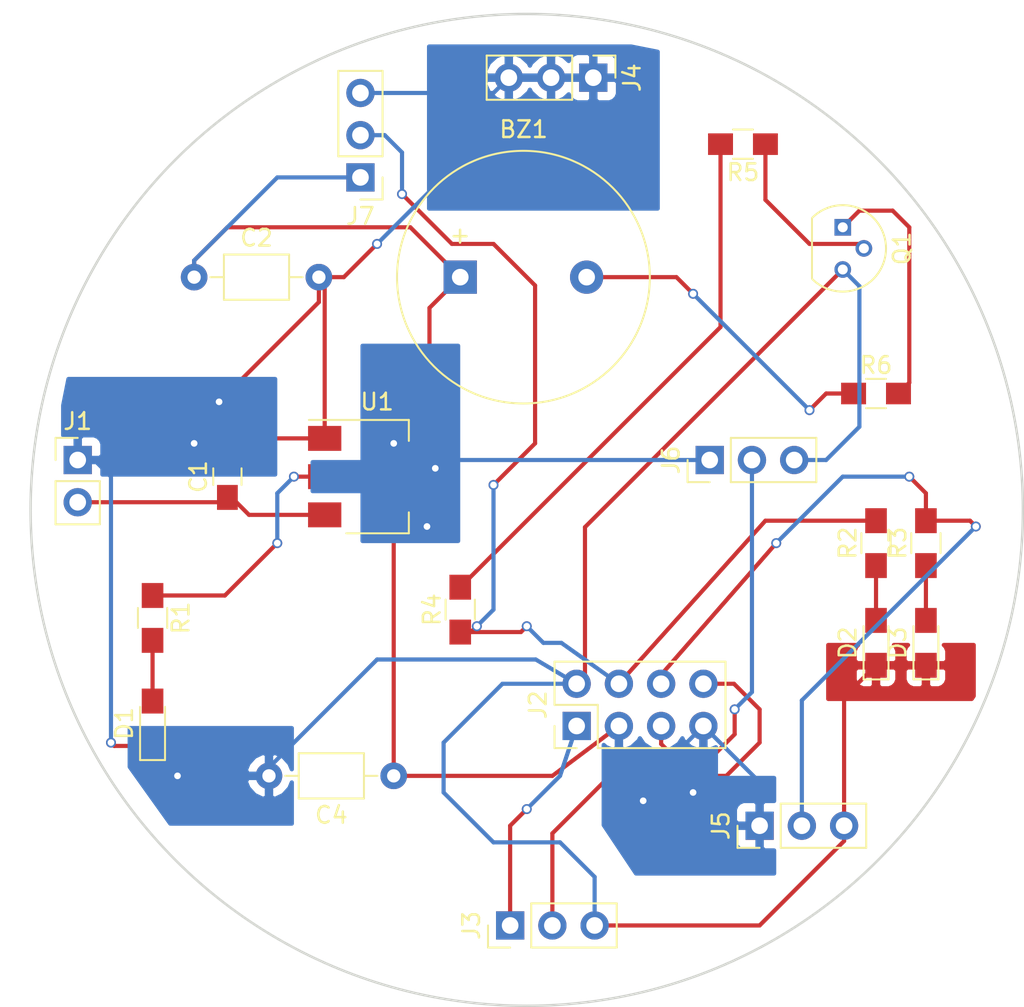
<source format=kicad_pcb>
(kicad_pcb (version 4) (host pcbnew 4.0.7)

  (general
    (links 43)
    (no_connects 0)
    (area 58.092131 26.092131 117.907869 85.907869)
    (thickness 1.6)
    (drawings 6)
    (tracks 181)
    (zones 0)
    (modules 22)
    (nets 16)
  )

  (page A4)
  (layers
    (0 F.Cu signal)
    (31 B.Cu signal)
    (32 B.Adhes user)
    (33 F.Adhes user)
    (34 B.Paste user)
    (35 F.Paste user)
    (36 B.SilkS user)
    (37 F.SilkS user)
    (38 B.Mask user)
    (39 F.Mask user)
    (40 Dwgs.User user)
    (41 Cmts.User user)
    (42 Eco1.User user)
    (43 Eco2.User user)
    (44 Edge.Cuts user)
    (45 Margin user)
    (46 B.CrtYd user)
    (47 F.CrtYd user)
    (48 B.Fab user)
    (49 F.Fab user)
  )

  (setup
    (last_trace_width 0.25)
    (trace_clearance 0.2)
    (zone_clearance 0.508)
    (zone_45_only yes)
    (trace_min 0.2)
    (segment_width 0.2)
    (edge_width 0.15)
    (via_size 0.6)
    (via_drill 0.4)
    (via_min_size 0.4)
    (via_min_drill 0.3)
    (uvia_size 0.3)
    (uvia_drill 0.1)
    (uvias_allowed no)
    (uvia_min_size 0.2)
    (uvia_min_drill 0.1)
    (pcb_text_width 0.3)
    (pcb_text_size 1.5 1.5)
    (mod_edge_width 0.15)
    (mod_text_size 1 1)
    (mod_text_width 0.15)
    (pad_size 1.524 1.524)
    (pad_drill 0.762)
    (pad_to_mask_clearance 0.2)
    (aux_axis_origin 0 0)
    (visible_elements FFFFFF7F)
    (pcbplotparams
      (layerselection 0x010f0_80000001)
      (usegerberextensions true)
      (excludeedgelayer true)
      (linewidth 0.100000)
      (plotframeref false)
      (viasonmask false)
      (mode 1)
      (useauxorigin false)
      (hpglpennumber 1)
      (hpglpenspeed 20)
      (hpglpendiameter 15)
      (hpglpenoverlay 2)
      (psnegative false)
      (psa4output false)
      (plotreference true)
      (plotvalue true)
      (plotinvisibletext false)
      (padsonsilk false)
      (subtractmaskfromsilk false)
      (outputformat 1)
      (mirror false)
      (drillshape 0)
      (scaleselection 1)
      (outputdirectory ""))
  )

  (net 0 "")
  (net 1 /Vdd_ESP)
  (net 2 "Net-(BZ1-Pad2)")
  (net 3 "Net-(C1-Pad1)")
  (net 4 GND)
  (net 5 "Net-(D1-Pad2)")
  (net 6 "Net-(D2-Pad2)")
  (net 7 "Net-(D3-Pad2)")
  (net 8 /ESP_TX)
  (net 9 /GPIO2)
  (net 10 /GPIO0)
  (net 11 /ESP_RX)
  (net 12 "Net-(Q1-Pad2)")
  (net 13 "Net-(Q1-Pad1)")
  (net 14 "Net-(R4-Pad2)")
  (net 15 /Reset)

  (net_class Default "This is the default net class."
    (clearance 0.2)
    (trace_width 0.25)
    (via_dia 0.6)
    (via_drill 0.4)
    (uvia_dia 0.3)
    (uvia_drill 0.1)
    (add_net /ESP_RX)
    (add_net /ESP_TX)
    (add_net /GPIO0)
    (add_net /GPIO2)
    (add_net /Reset)
    (add_net /Vdd_ESP)
    (add_net GND)
    (add_net "Net-(BZ1-Pad2)")
    (add_net "Net-(C1-Pad1)")
    (add_net "Net-(D1-Pad2)")
    (add_net "Net-(D2-Pad2)")
    (add_net "Net-(D3-Pad2)")
    (add_net "Net-(Q1-Pad1)")
    (add_net "Net-(Q1-Pad2)")
    (add_net "Net-(R4-Pad2)")
  )

  (module Buzzers_Beepers:Buzzer_15x7.5RM7.6 (layer F.Cu) (tedit 58B1A329) (tstamp 5C922EDE)
    (at 84 42)
    (descr "Generic Buzzer, D15mm height 7.5mm with RM7.6mm")
    (tags buzzer)
    (path /5C8A5A63)
    (fp_text reference BZ1 (at 3.81 -8.89) (layer F.SilkS)
      (effects (font (size 1 1) (thickness 0.15)))
    )
    (fp_text value Buzzer (at 3.81 8.89) (layer F.Fab)
      (effects (font (size 1 1) (thickness 0.15)))
    )
    (fp_text user + (at -0.01 -2.54) (layer F.Fab)
      (effects (font (size 1 1) (thickness 0.15)))
    )
    (fp_text user + (at -0.01 -2.54) (layer F.SilkS)
      (effects (font (size 1 1) (thickness 0.15)))
    )
    (fp_text user %R (at 3.8 -4) (layer F.Fab)
      (effects (font (size 1 1) (thickness 0.15)))
    )
    (fp_circle (center 3.8 0) (end 11.55 0) (layer F.CrtYd) (width 0.05))
    (fp_circle (center 3.8 0) (end 11.3 0) (layer F.Fab) (width 0.1))
    (fp_circle (center 3.8 0) (end 4.8 0) (layer F.Fab) (width 0.1))
    (fp_circle (center 3.8 0) (end 11.4 0) (layer F.SilkS) (width 0.12))
    (pad 1 thru_hole rect (at 0 0) (size 2 2) (drill 1) (layers *.Cu *.Mask)
      (net 1 /Vdd_ESP))
    (pad 2 thru_hole circle (at 7.6 0) (size 2 2) (drill 1) (layers *.Cu *.Mask)
      (net 2 "Net-(BZ1-Pad2)"))
    (model ${KISYS3DMOD}/Buzzers_Beepers.3dshapes/Buzzer_15x7.5RM7.6.wrl
      (at (xyz 0 0 0))
      (scale (xyz 1 1 1))
      (rotate (xyz 0 0 0))
    )
  )

  (module Capacitors_SMD:C_0805_HandSoldering (layer F.Cu) (tedit 58AA84A8) (tstamp 5C922EE4)
    (at 70 54 90)
    (descr "Capacitor SMD 0805, hand soldering")
    (tags "capacitor 0805")
    (path /5C8A4AAE)
    (attr smd)
    (fp_text reference C1 (at 0 -1.75 90) (layer F.SilkS)
      (effects (font (size 1 1) (thickness 0.15)))
    )
    (fp_text value 10u (at 0 1.75 90) (layer F.Fab)
      (effects (font (size 1 1) (thickness 0.15)))
    )
    (fp_text user %R (at 0 -1.75 90) (layer F.Fab)
      (effects (font (size 1 1) (thickness 0.15)))
    )
    (fp_line (start -1 0.62) (end -1 -0.62) (layer F.Fab) (width 0.1))
    (fp_line (start 1 0.62) (end -1 0.62) (layer F.Fab) (width 0.1))
    (fp_line (start 1 -0.62) (end 1 0.62) (layer F.Fab) (width 0.1))
    (fp_line (start -1 -0.62) (end 1 -0.62) (layer F.Fab) (width 0.1))
    (fp_line (start 0.5 -0.85) (end -0.5 -0.85) (layer F.SilkS) (width 0.12))
    (fp_line (start -0.5 0.85) (end 0.5 0.85) (layer F.SilkS) (width 0.12))
    (fp_line (start -2.25 -0.88) (end 2.25 -0.88) (layer F.CrtYd) (width 0.05))
    (fp_line (start -2.25 -0.88) (end -2.25 0.87) (layer F.CrtYd) (width 0.05))
    (fp_line (start 2.25 0.87) (end 2.25 -0.88) (layer F.CrtYd) (width 0.05))
    (fp_line (start 2.25 0.87) (end -2.25 0.87) (layer F.CrtYd) (width 0.05))
    (pad 1 smd rect (at -1.25 0 90) (size 1.5 1.25) (layers F.Cu F.Paste F.Mask)
      (net 3 "Net-(C1-Pad1)"))
    (pad 2 smd rect (at 1.25 0 90) (size 1.5 1.25) (layers F.Cu F.Paste F.Mask)
      (net 4 GND))
    (model Capacitors_SMD.3dshapes/C_0805.wrl
      (at (xyz 0 0 0))
      (scale (xyz 1 1 1))
      (rotate (xyz 0 0 0))
    )
  )

  (module Capacitors_THT:C_Axial_L3.8mm_D2.6mm_P7.50mm_Horizontal (layer F.Cu) (tedit 597BC7C2) (tstamp 5C922EEA)
    (at 68 42)
    (descr "C, Axial series, Axial, Horizontal, pin pitch=7.5mm, , length*diameter=3.8*2.6mm^2, http://www.vishay.com/docs/45231/arseries.pdf")
    (tags "C Axial series Axial Horizontal pin pitch 7.5mm  length 3.8mm diameter 2.6mm")
    (path /5C8A4B59)
    (fp_text reference C2 (at 3.75 -2.36) (layer F.SilkS)
      (effects (font (size 1 1) (thickness 0.15)))
    )
    (fp_text value 100u (at 3.75 2.36) (layer F.Fab)
      (effects (font (size 1 1) (thickness 0.15)))
    )
    (fp_line (start 1.85 -1.3) (end 1.85 1.3) (layer F.Fab) (width 0.1))
    (fp_line (start 1.85 1.3) (end 5.65 1.3) (layer F.Fab) (width 0.1))
    (fp_line (start 5.65 1.3) (end 5.65 -1.3) (layer F.Fab) (width 0.1))
    (fp_line (start 5.65 -1.3) (end 1.85 -1.3) (layer F.Fab) (width 0.1))
    (fp_line (start 0 0) (end 1.85 0) (layer F.Fab) (width 0.1))
    (fp_line (start 7.5 0) (end 5.65 0) (layer F.Fab) (width 0.1))
    (fp_line (start 1.79 -1.36) (end 1.79 1.36) (layer F.SilkS) (width 0.12))
    (fp_line (start 1.79 1.36) (end 5.71 1.36) (layer F.SilkS) (width 0.12))
    (fp_line (start 5.71 1.36) (end 5.71 -1.36) (layer F.SilkS) (width 0.12))
    (fp_line (start 5.71 -1.36) (end 1.79 -1.36) (layer F.SilkS) (width 0.12))
    (fp_line (start 0.98 0) (end 1.79 0) (layer F.SilkS) (width 0.12))
    (fp_line (start 6.52 0) (end 5.71 0) (layer F.SilkS) (width 0.12))
    (fp_line (start -1.05 -1.65) (end -1.05 1.65) (layer F.CrtYd) (width 0.05))
    (fp_line (start -1.05 1.65) (end 8.55 1.65) (layer F.CrtYd) (width 0.05))
    (fp_line (start 8.55 1.65) (end 8.55 -1.65) (layer F.CrtYd) (width 0.05))
    (fp_line (start 8.55 -1.65) (end -1.05 -1.65) (layer F.CrtYd) (width 0.05))
    (fp_text user %R (at 3.75 0) (layer F.Fab)
      (effects (font (size 1 1) (thickness 0.15)))
    )
    (pad 1 thru_hole circle (at 0 0) (size 1.6 1.6) (drill 0.8) (layers *.Cu *.Mask)
      (net 1 /Vdd_ESP))
    (pad 2 thru_hole oval (at 7.5 0) (size 1.6 1.6) (drill 0.8) (layers *.Cu *.Mask)
      (net 4 GND))
    (model ${KISYS3DMOD}/Capacitors_THT.3dshapes/C_Axial_L3.8mm_D2.6mm_P7.50mm_Horizontal.wrl
      (at (xyz 0 0 0))
      (scale (xyz 1 1 1))
      (rotate (xyz 0 0 0))
    )
  )

  (module Capacitors_THT:C_Axial_L3.8mm_D2.6mm_P7.50mm_Horizontal (layer F.Cu) (tedit 597BC7C2) (tstamp 5C922EF0)
    (at 80 72 180)
    (descr "C, Axial series, Axial, Horizontal, pin pitch=7.5mm, , length*diameter=3.8*2.6mm^2, http://www.vishay.com/docs/45231/arseries.pdf")
    (tags "C Axial series Axial Horizontal pin pitch 7.5mm  length 3.8mm diameter 2.6mm")
    (path /5C8A51AB)
    (fp_text reference C4 (at 3.75 -2.36 180) (layer F.SilkS)
      (effects (font (size 1 1) (thickness 0.15)))
    )
    (fp_text value 470u (at 3.75 2.36 180) (layer F.Fab)
      (effects (font (size 1 1) (thickness 0.15)))
    )
    (fp_line (start 1.85 -1.3) (end 1.85 1.3) (layer F.Fab) (width 0.1))
    (fp_line (start 1.85 1.3) (end 5.65 1.3) (layer F.Fab) (width 0.1))
    (fp_line (start 5.65 1.3) (end 5.65 -1.3) (layer F.Fab) (width 0.1))
    (fp_line (start 5.65 -1.3) (end 1.85 -1.3) (layer F.Fab) (width 0.1))
    (fp_line (start 0 0) (end 1.85 0) (layer F.Fab) (width 0.1))
    (fp_line (start 7.5 0) (end 5.65 0) (layer F.Fab) (width 0.1))
    (fp_line (start 1.79 -1.36) (end 1.79 1.36) (layer F.SilkS) (width 0.12))
    (fp_line (start 1.79 1.36) (end 5.71 1.36) (layer F.SilkS) (width 0.12))
    (fp_line (start 5.71 1.36) (end 5.71 -1.36) (layer F.SilkS) (width 0.12))
    (fp_line (start 5.71 -1.36) (end 1.79 -1.36) (layer F.SilkS) (width 0.12))
    (fp_line (start 0.98 0) (end 1.79 0) (layer F.SilkS) (width 0.12))
    (fp_line (start 6.52 0) (end 5.71 0) (layer F.SilkS) (width 0.12))
    (fp_line (start -1.05 -1.65) (end -1.05 1.65) (layer F.CrtYd) (width 0.05))
    (fp_line (start -1.05 1.65) (end 8.55 1.65) (layer F.CrtYd) (width 0.05))
    (fp_line (start 8.55 1.65) (end 8.55 -1.65) (layer F.CrtYd) (width 0.05))
    (fp_line (start 8.55 -1.65) (end -1.05 -1.65) (layer F.CrtYd) (width 0.05))
    (fp_text user %R (at 3.75 0 180) (layer F.Fab)
      (effects (font (size 1 1) (thickness 0.15)))
    )
    (pad 1 thru_hole circle (at 0 0 180) (size 1.6 1.6) (drill 0.8) (layers *.Cu *.Mask)
      (net 1 /Vdd_ESP))
    (pad 2 thru_hole oval (at 7.5 0 180) (size 1.6 1.6) (drill 0.8) (layers *.Cu *.Mask)
      (net 4 GND))
    (model ${KISYS3DMOD}/Capacitors_THT.3dshapes/C_Axial_L3.8mm_D2.6mm_P7.50mm_Horizontal.wrl
      (at (xyz 0 0 0))
      (scale (xyz 1 1 1))
      (rotate (xyz 0 0 0))
    )
  )

  (module LEDs:LED_0805_HandSoldering (layer F.Cu) (tedit 595FCA25) (tstamp 5C922EF6)
    (at 65.5 68.85 90)
    (descr "Resistor SMD 0805, hand soldering")
    (tags "resistor 0805")
    (path /5C8A49CE)
    (attr smd)
    (fp_text reference D1 (at 0 -1.7 90) (layer F.SilkS)
      (effects (font (size 1 1) (thickness 0.15)))
    )
    (fp_text value LED (at 0 1.75 90) (layer F.Fab)
      (effects (font (size 1 1) (thickness 0.15)))
    )
    (fp_line (start -0.4 -0.4) (end -0.4 0.4) (layer F.Fab) (width 0.1))
    (fp_line (start -0.4 0) (end 0.2 -0.4) (layer F.Fab) (width 0.1))
    (fp_line (start 0.2 0.4) (end -0.4 0) (layer F.Fab) (width 0.1))
    (fp_line (start 0.2 -0.4) (end 0.2 0.4) (layer F.Fab) (width 0.1))
    (fp_line (start -1 0.62) (end -1 -0.62) (layer F.Fab) (width 0.1))
    (fp_line (start 1 0.62) (end -1 0.62) (layer F.Fab) (width 0.1))
    (fp_line (start 1 -0.62) (end 1 0.62) (layer F.Fab) (width 0.1))
    (fp_line (start -1 -0.62) (end 1 -0.62) (layer F.Fab) (width 0.1))
    (fp_line (start 1 0.75) (end -2.2 0.75) (layer F.SilkS) (width 0.12))
    (fp_line (start -2.2 -0.75) (end 1 -0.75) (layer F.SilkS) (width 0.12))
    (fp_line (start -2.35 -0.9) (end 2.35 -0.9) (layer F.CrtYd) (width 0.05))
    (fp_line (start -2.35 -0.9) (end -2.35 0.9) (layer F.CrtYd) (width 0.05))
    (fp_line (start 2.35 0.9) (end 2.35 -0.9) (layer F.CrtYd) (width 0.05))
    (fp_line (start 2.35 0.9) (end -2.35 0.9) (layer F.CrtYd) (width 0.05))
    (fp_line (start -2.2 -0.75) (end -2.2 0.75) (layer F.SilkS) (width 0.12))
    (pad 1 smd rect (at -1.35 0 90) (size 1.5 1.3) (layers F.Cu F.Paste F.Mask)
      (net 4 GND))
    (pad 2 smd rect (at 1.35 0 90) (size 1.5 1.3) (layers F.Cu F.Paste F.Mask)
      (net 5 "Net-(D1-Pad2)"))
    (model ${KISYS3DMOD}/LEDs.3dshapes/LED_0805.wrl
      (at (xyz 0 0 0))
      (scale (xyz 1 1 1))
      (rotate (xyz 0 0 0))
    )
  )

  (module LEDs:LED_0805_HandSoldering (layer F.Cu) (tedit 595FCA25) (tstamp 5C922EFC)
    (at 109 64 90)
    (descr "Resistor SMD 0805, hand soldering")
    (tags "resistor 0805")
    (path /5C8A5799)
    (attr smd)
    (fp_text reference D2 (at 0 -1.7 90) (layer F.SilkS)
      (effects (font (size 1 1) (thickness 0.15)))
    )
    (fp_text value LED (at 0 1.75 90) (layer F.Fab)
      (effects (font (size 1 1) (thickness 0.15)))
    )
    (fp_line (start -0.4 -0.4) (end -0.4 0.4) (layer F.Fab) (width 0.1))
    (fp_line (start -0.4 0) (end 0.2 -0.4) (layer F.Fab) (width 0.1))
    (fp_line (start 0.2 0.4) (end -0.4 0) (layer F.Fab) (width 0.1))
    (fp_line (start 0.2 -0.4) (end 0.2 0.4) (layer F.Fab) (width 0.1))
    (fp_line (start -1 0.62) (end -1 -0.62) (layer F.Fab) (width 0.1))
    (fp_line (start 1 0.62) (end -1 0.62) (layer F.Fab) (width 0.1))
    (fp_line (start 1 -0.62) (end 1 0.62) (layer F.Fab) (width 0.1))
    (fp_line (start -1 -0.62) (end 1 -0.62) (layer F.Fab) (width 0.1))
    (fp_line (start 1 0.75) (end -2.2 0.75) (layer F.SilkS) (width 0.12))
    (fp_line (start -2.2 -0.75) (end 1 -0.75) (layer F.SilkS) (width 0.12))
    (fp_line (start -2.35 -0.9) (end 2.35 -0.9) (layer F.CrtYd) (width 0.05))
    (fp_line (start -2.35 -0.9) (end -2.35 0.9) (layer F.CrtYd) (width 0.05))
    (fp_line (start 2.35 0.9) (end 2.35 -0.9) (layer F.CrtYd) (width 0.05))
    (fp_line (start 2.35 0.9) (end -2.35 0.9) (layer F.CrtYd) (width 0.05))
    (fp_line (start -2.2 -0.75) (end -2.2 0.75) (layer F.SilkS) (width 0.12))
    (pad 1 smd rect (at -1.35 0 90) (size 1.5 1.3) (layers F.Cu F.Paste F.Mask)
      (net 4 GND))
    (pad 2 smd rect (at 1.35 0 90) (size 1.5 1.3) (layers F.Cu F.Paste F.Mask)
      (net 6 "Net-(D2-Pad2)"))
    (model ${KISYS3DMOD}/LEDs.3dshapes/LED_0805.wrl
      (at (xyz 0 0 0))
      (scale (xyz 1 1 1))
      (rotate (xyz 0 0 0))
    )
  )

  (module LEDs:LED_0805_HandSoldering (layer F.Cu) (tedit 595FCA25) (tstamp 5C922F02)
    (at 112 64 90)
    (descr "Resistor SMD 0805, hand soldering")
    (tags "resistor 0805")
    (path /5C8A5481)
    (attr smd)
    (fp_text reference D3 (at 0 -1.7 90) (layer F.SilkS)
      (effects (font (size 1 1) (thickness 0.15)))
    )
    (fp_text value LED (at 0 1.75 90) (layer F.Fab)
      (effects (font (size 1 1) (thickness 0.15)))
    )
    (fp_line (start -0.4 -0.4) (end -0.4 0.4) (layer F.Fab) (width 0.1))
    (fp_line (start -0.4 0) (end 0.2 -0.4) (layer F.Fab) (width 0.1))
    (fp_line (start 0.2 0.4) (end -0.4 0) (layer F.Fab) (width 0.1))
    (fp_line (start 0.2 -0.4) (end 0.2 0.4) (layer F.Fab) (width 0.1))
    (fp_line (start -1 0.62) (end -1 -0.62) (layer F.Fab) (width 0.1))
    (fp_line (start 1 0.62) (end -1 0.62) (layer F.Fab) (width 0.1))
    (fp_line (start 1 -0.62) (end 1 0.62) (layer F.Fab) (width 0.1))
    (fp_line (start -1 -0.62) (end 1 -0.62) (layer F.Fab) (width 0.1))
    (fp_line (start 1 0.75) (end -2.2 0.75) (layer F.SilkS) (width 0.12))
    (fp_line (start -2.2 -0.75) (end 1 -0.75) (layer F.SilkS) (width 0.12))
    (fp_line (start -2.35 -0.9) (end 2.35 -0.9) (layer F.CrtYd) (width 0.05))
    (fp_line (start -2.35 -0.9) (end -2.35 0.9) (layer F.CrtYd) (width 0.05))
    (fp_line (start 2.35 0.9) (end 2.35 -0.9) (layer F.CrtYd) (width 0.05))
    (fp_line (start 2.35 0.9) (end -2.35 0.9) (layer F.CrtYd) (width 0.05))
    (fp_line (start -2.2 -0.75) (end -2.2 0.75) (layer F.SilkS) (width 0.12))
    (pad 1 smd rect (at -1.35 0 90) (size 1.5 1.3) (layers F.Cu F.Paste F.Mask)
      (net 4 GND))
    (pad 2 smd rect (at 1.35 0 90) (size 1.5 1.3) (layers F.Cu F.Paste F.Mask)
      (net 7 "Net-(D3-Pad2)"))
    (model ${KISYS3DMOD}/LEDs.3dshapes/LED_0805.wrl
      (at (xyz 0 0 0))
      (scale (xyz 1 1 1))
      (rotate (xyz 0 0 0))
    )
  )

  (module Pin_Headers:Pin_Header_Straight_1x02_Pitch2.54mm (layer F.Cu) (tedit 59650532) (tstamp 5C922F08)
    (at 61 53)
    (descr "Through hole straight pin header, 1x02, 2.54mm pitch, single row")
    (tags "Through hole pin header THT 1x02 2.54mm single row")
    (path /5C8A48C3)
    (fp_text reference J1 (at 0 -2.33) (layer F.SilkS)
      (effects (font (size 1 1) (thickness 0.15)))
    )
    (fp_text value Conn_01x02 (at 0 4.87) (layer F.Fab)
      (effects (font (size 1 1) (thickness 0.15)))
    )
    (fp_line (start -0.635 -1.27) (end 1.27 -1.27) (layer F.Fab) (width 0.1))
    (fp_line (start 1.27 -1.27) (end 1.27 3.81) (layer F.Fab) (width 0.1))
    (fp_line (start 1.27 3.81) (end -1.27 3.81) (layer F.Fab) (width 0.1))
    (fp_line (start -1.27 3.81) (end -1.27 -0.635) (layer F.Fab) (width 0.1))
    (fp_line (start -1.27 -0.635) (end -0.635 -1.27) (layer F.Fab) (width 0.1))
    (fp_line (start -1.33 3.87) (end 1.33 3.87) (layer F.SilkS) (width 0.12))
    (fp_line (start -1.33 1.27) (end -1.33 3.87) (layer F.SilkS) (width 0.12))
    (fp_line (start 1.33 1.27) (end 1.33 3.87) (layer F.SilkS) (width 0.12))
    (fp_line (start -1.33 1.27) (end 1.33 1.27) (layer F.SilkS) (width 0.12))
    (fp_line (start -1.33 0) (end -1.33 -1.33) (layer F.SilkS) (width 0.12))
    (fp_line (start -1.33 -1.33) (end 0 -1.33) (layer F.SilkS) (width 0.12))
    (fp_line (start -1.8 -1.8) (end -1.8 4.35) (layer F.CrtYd) (width 0.05))
    (fp_line (start -1.8 4.35) (end 1.8 4.35) (layer F.CrtYd) (width 0.05))
    (fp_line (start 1.8 4.35) (end 1.8 -1.8) (layer F.CrtYd) (width 0.05))
    (fp_line (start 1.8 -1.8) (end -1.8 -1.8) (layer F.CrtYd) (width 0.05))
    (fp_text user %R (at 0 1.27 90) (layer F.Fab)
      (effects (font (size 1 1) (thickness 0.15)))
    )
    (pad 1 thru_hole rect (at 0 0) (size 1.7 1.7) (drill 1) (layers *.Cu *.Mask)
      (net 4 GND))
    (pad 2 thru_hole oval (at 0 2.54) (size 1.7 1.7) (drill 1) (layers *.Cu *.Mask)
      (net 3 "Net-(C1-Pad1)"))
    (model ${KISYS3DMOD}/Pin_Headers.3dshapes/Pin_Header_Straight_1x02_Pitch2.54mm.wrl
      (at (xyz 0 0 0))
      (scale (xyz 1 1 1))
      (rotate (xyz 0 0 0))
    )
  )

  (module Pin_Headers:Pin_Header_Straight_2x04_Pitch2.54mm (layer F.Cu) (tedit 59650532) (tstamp 5C922F14)
    (at 91 69 90)
    (descr "Through hole straight pin header, 2x04, 2.54mm pitch, double rows")
    (tags "Through hole pin header THT 2x04 2.54mm double row")
    (path /5C923D46)
    (fp_text reference J2 (at 1.27 -2.33 90) (layer F.SilkS)
      (effects (font (size 1 1) (thickness 0.15)))
    )
    (fp_text value Conn_02x04_Odd_Even (at 1.27 9.95 90) (layer F.Fab)
      (effects (font (size 1 1) (thickness 0.15)))
    )
    (fp_line (start 0 -1.27) (end 3.81 -1.27) (layer F.Fab) (width 0.1))
    (fp_line (start 3.81 -1.27) (end 3.81 8.89) (layer F.Fab) (width 0.1))
    (fp_line (start 3.81 8.89) (end -1.27 8.89) (layer F.Fab) (width 0.1))
    (fp_line (start -1.27 8.89) (end -1.27 0) (layer F.Fab) (width 0.1))
    (fp_line (start -1.27 0) (end 0 -1.27) (layer F.Fab) (width 0.1))
    (fp_line (start -1.33 8.95) (end 3.87 8.95) (layer F.SilkS) (width 0.12))
    (fp_line (start -1.33 1.27) (end -1.33 8.95) (layer F.SilkS) (width 0.12))
    (fp_line (start 3.87 -1.33) (end 3.87 8.95) (layer F.SilkS) (width 0.12))
    (fp_line (start -1.33 1.27) (end 1.27 1.27) (layer F.SilkS) (width 0.12))
    (fp_line (start 1.27 1.27) (end 1.27 -1.33) (layer F.SilkS) (width 0.12))
    (fp_line (start 1.27 -1.33) (end 3.87 -1.33) (layer F.SilkS) (width 0.12))
    (fp_line (start -1.33 0) (end -1.33 -1.33) (layer F.SilkS) (width 0.12))
    (fp_line (start -1.33 -1.33) (end 0 -1.33) (layer F.SilkS) (width 0.12))
    (fp_line (start -1.8 -1.8) (end -1.8 9.4) (layer F.CrtYd) (width 0.05))
    (fp_line (start -1.8 9.4) (end 4.35 9.4) (layer F.CrtYd) (width 0.05))
    (fp_line (start 4.35 9.4) (end 4.35 -1.8) (layer F.CrtYd) (width 0.05))
    (fp_line (start 4.35 -1.8) (end -1.8 -1.8) (layer F.CrtYd) (width 0.05))
    (fp_text user %R (at 1.27 3.81 180) (layer F.Fab)
      (effects (font (size 1 1) (thickness 0.15)))
    )
    (pad 1 thru_hole rect (at 0 0 90) (size 1.7 1.7) (drill 1) (layers *.Cu *.Mask)
      (net 8 /ESP_TX))
    (pad 2 thru_hole oval (at 2.54 0 90) (size 1.7 1.7) (drill 1) (layers *.Cu *.Mask)
      (net 4 GND))
    (pad 3 thru_hole oval (at 0 2.54 90) (size 1.7 1.7) (drill 1) (layers *.Cu *.Mask)
      (net 1 /Vdd_ESP))
    (pad 4 thru_hole oval (at 2.54 2.54 90) (size 1.7 1.7) (drill 1) (layers *.Cu *.Mask)
      (net 9 /GPIO2))
    (pad 5 thru_hole oval (at 0 5.08 90) (size 1.7 1.7) (drill 1) (layers *.Cu *.Mask)
      (net 15 /Reset))
    (pad 6 thru_hole oval (at 2.54 5.08 90) (size 1.7 1.7) (drill 1) (layers *.Cu *.Mask)
      (net 10 /GPIO0))
    (pad 7 thru_hole oval (at 0 7.62 90) (size 1.7 1.7) (drill 1) (layers *.Cu *.Mask)
      (net 1 /Vdd_ESP))
    (pad 8 thru_hole oval (at 2.54 7.62 90) (size 1.7 1.7) (drill 1) (layers *.Cu *.Mask)
      (net 11 /ESP_RX))
    (model ${KISYS3DMOD}/Pin_Headers.3dshapes/Pin_Header_Straight_2x04_Pitch2.54mm.wrl
      (at (xyz 0 0 0))
      (scale (xyz 1 1 1))
      (rotate (xyz 0 0 0))
    )
  )

  (module Pin_Headers:Pin_Header_Straight_1x03_Pitch2.54mm (layer F.Cu) (tedit 59650532) (tstamp 5C922F1B)
    (at 87 81 90)
    (descr "Through hole straight pin header, 1x03, 2.54mm pitch, single row")
    (tags "Through hole pin header THT 1x03 2.54mm single row")
    (path /5C8A7BC4)
    (fp_text reference J3 (at 0 -2.33 90) (layer F.SilkS)
      (effects (font (size 1 1) (thickness 0.15)))
    )
    (fp_text value Conn_01x03 (at 0 7.41 90) (layer F.Fab)
      (effects (font (size 1 1) (thickness 0.15)))
    )
    (fp_line (start -0.635 -1.27) (end 1.27 -1.27) (layer F.Fab) (width 0.1))
    (fp_line (start 1.27 -1.27) (end 1.27 6.35) (layer F.Fab) (width 0.1))
    (fp_line (start 1.27 6.35) (end -1.27 6.35) (layer F.Fab) (width 0.1))
    (fp_line (start -1.27 6.35) (end -1.27 -0.635) (layer F.Fab) (width 0.1))
    (fp_line (start -1.27 -0.635) (end -0.635 -1.27) (layer F.Fab) (width 0.1))
    (fp_line (start -1.33 6.41) (end 1.33 6.41) (layer F.SilkS) (width 0.12))
    (fp_line (start -1.33 1.27) (end -1.33 6.41) (layer F.SilkS) (width 0.12))
    (fp_line (start 1.33 1.27) (end 1.33 6.41) (layer F.SilkS) (width 0.12))
    (fp_line (start -1.33 1.27) (end 1.33 1.27) (layer F.SilkS) (width 0.12))
    (fp_line (start -1.33 0) (end -1.33 -1.33) (layer F.SilkS) (width 0.12))
    (fp_line (start -1.33 -1.33) (end 0 -1.33) (layer F.SilkS) (width 0.12))
    (fp_line (start -1.8 -1.8) (end -1.8 6.85) (layer F.CrtYd) (width 0.05))
    (fp_line (start -1.8 6.85) (end 1.8 6.85) (layer F.CrtYd) (width 0.05))
    (fp_line (start 1.8 6.85) (end 1.8 -1.8) (layer F.CrtYd) (width 0.05))
    (fp_line (start 1.8 -1.8) (end -1.8 -1.8) (layer F.CrtYd) (width 0.05))
    (fp_text user %R (at 0 2.54 180) (layer F.Fab)
      (effects (font (size 1 1) (thickness 0.15)))
    )
    (pad 1 thru_hole rect (at 0 0 90) (size 1.7 1.7) (drill 1) (layers *.Cu *.Mask)
      (net 8 /ESP_TX))
    (pad 2 thru_hole oval (at 0 2.54 90) (size 1.7 1.7) (drill 1) (layers *.Cu *.Mask)
      (net 11 /ESP_RX))
    (pad 3 thru_hole oval (at 0 5.08 90) (size 1.7 1.7) (drill 1) (layers *.Cu *.Mask)
      (net 4 GND))
    (model ${KISYS3DMOD}/Pin_Headers.3dshapes/Pin_Header_Straight_1x03_Pitch2.54mm.wrl
      (at (xyz 0 0 0))
      (scale (xyz 1 1 1))
      (rotate (xyz 0 0 0))
    )
  )

  (module Pin_Headers:Pin_Header_Straight_1x03_Pitch2.54mm (layer F.Cu) (tedit 59650532) (tstamp 5C922F22)
    (at 92 30 270)
    (descr "Through hole straight pin header, 1x03, 2.54mm pitch, single row")
    (tags "Through hole pin header THT 1x03 2.54mm single row")
    (path /5C91CDE4)
    (fp_text reference J4 (at 0 -2.33 270) (layer F.SilkS)
      (effects (font (size 1 1) (thickness 0.15)))
    )
    (fp_text value Conn_01x03 (at 0 7.41 270) (layer F.Fab)
      (effects (font (size 1 1) (thickness 0.15)))
    )
    (fp_line (start -0.635 -1.27) (end 1.27 -1.27) (layer F.Fab) (width 0.1))
    (fp_line (start 1.27 -1.27) (end 1.27 6.35) (layer F.Fab) (width 0.1))
    (fp_line (start 1.27 6.35) (end -1.27 6.35) (layer F.Fab) (width 0.1))
    (fp_line (start -1.27 6.35) (end -1.27 -0.635) (layer F.Fab) (width 0.1))
    (fp_line (start -1.27 -0.635) (end -0.635 -1.27) (layer F.Fab) (width 0.1))
    (fp_line (start -1.33 6.41) (end 1.33 6.41) (layer F.SilkS) (width 0.12))
    (fp_line (start -1.33 1.27) (end -1.33 6.41) (layer F.SilkS) (width 0.12))
    (fp_line (start 1.33 1.27) (end 1.33 6.41) (layer F.SilkS) (width 0.12))
    (fp_line (start -1.33 1.27) (end 1.33 1.27) (layer F.SilkS) (width 0.12))
    (fp_line (start -1.33 0) (end -1.33 -1.33) (layer F.SilkS) (width 0.12))
    (fp_line (start -1.33 -1.33) (end 0 -1.33) (layer F.SilkS) (width 0.12))
    (fp_line (start -1.8 -1.8) (end -1.8 6.85) (layer F.CrtYd) (width 0.05))
    (fp_line (start -1.8 6.85) (end 1.8 6.85) (layer F.CrtYd) (width 0.05))
    (fp_line (start 1.8 6.85) (end 1.8 -1.8) (layer F.CrtYd) (width 0.05))
    (fp_line (start 1.8 -1.8) (end -1.8 -1.8) (layer F.CrtYd) (width 0.05))
    (fp_text user %R (at 0 2.54 360) (layer F.Fab)
      (effects (font (size 1 1) (thickness 0.15)))
    )
    (pad 1 thru_hole rect (at 0 0 270) (size 1.7 1.7) (drill 1) (layers *.Cu *.Mask)
      (net 4 GND))
    (pad 2 thru_hole oval (at 0 2.54 270) (size 1.7 1.7) (drill 1) (layers *.Cu *.Mask)
      (net 4 GND))
    (pad 3 thru_hole oval (at 0 5.08 270) (size 1.7 1.7) (drill 1) (layers *.Cu *.Mask)
      (net 4 GND))
    (model ${KISYS3DMOD}/Pin_Headers.3dshapes/Pin_Header_Straight_1x03_Pitch2.54mm.wrl
      (at (xyz 0 0 0))
      (scale (xyz 1 1 1))
      (rotate (xyz 0 0 0))
    )
  )

  (module TO_SOT_Packages_THT:TO-92_Molded_Narrow (layer F.Cu) (tedit 58CE52AF) (tstamp 5C922F29)
    (at 107 39 270)
    (descr "TO-92 leads molded, narrow, drill 0.6mm (see NXP sot054_po.pdf)")
    (tags "to-92 sc-43 sc-43a sot54 PA33 transistor")
    (path /5C8A5EDA)
    (fp_text reference Q1 (at 1.27 -3.56 270) (layer F.SilkS)
      (effects (font (size 1 1) (thickness 0.15)))
    )
    (fp_text value BC547 (at 1.27 2.79 270) (layer F.Fab)
      (effects (font (size 1 1) (thickness 0.15)))
    )
    (fp_text user %R (at 1.27 -3.56 270) (layer F.Fab)
      (effects (font (size 1 1) (thickness 0.15)))
    )
    (fp_line (start -0.53 1.85) (end 3.07 1.85) (layer F.SilkS) (width 0.12))
    (fp_line (start -0.5 1.75) (end 3 1.75) (layer F.Fab) (width 0.1))
    (fp_line (start -1.46 -2.73) (end 4 -2.73) (layer F.CrtYd) (width 0.05))
    (fp_line (start -1.46 -2.73) (end -1.46 2.01) (layer F.CrtYd) (width 0.05))
    (fp_line (start 4 2.01) (end 4 -2.73) (layer F.CrtYd) (width 0.05))
    (fp_line (start 4 2.01) (end -1.46 2.01) (layer F.CrtYd) (width 0.05))
    (fp_arc (start 1.27 0) (end 1.27 -2.48) (angle 135) (layer F.Fab) (width 0.1))
    (fp_arc (start 1.27 0) (end 1.27 -2.6) (angle -135) (layer F.SilkS) (width 0.12))
    (fp_arc (start 1.27 0) (end 1.27 -2.48) (angle -135) (layer F.Fab) (width 0.1))
    (fp_arc (start 1.27 0) (end 1.27 -2.6) (angle 135) (layer F.SilkS) (width 0.12))
    (pad 2 thru_hole circle (at 1.27 -1.27) (size 1 1) (drill 0.6) (layers *.Cu *.Mask)
      (net 12 "Net-(Q1-Pad2)"))
    (pad 3 thru_hole circle (at 2.54 0) (size 1 1) (drill 0.6) (layers *.Cu *.Mask)
      (net 4 GND))
    (pad 1 thru_hole rect (at 0 0) (size 1 1) (drill 0.6) (layers *.Cu *.Mask)
      (net 13 "Net-(Q1-Pad1)"))
    (model ${KISYS3DMOD}/TO_SOT_Packages_THT.3dshapes/TO-92_Molded_Narrow.wrl
      (at (xyz 0.05 0 0))
      (scale (xyz 1 1 1))
      (rotate (xyz 0 0 -90))
    )
  )

  (module Resistors_SMD:R_0805_HandSoldering (layer F.Cu) (tedit 58E0A804) (tstamp 5C922F2F)
    (at 65.5 62.5 270)
    (descr "Resistor SMD 0805, hand soldering")
    (tags "resistor 0805")
    (path /5C8A4998)
    (attr smd)
    (fp_text reference R1 (at 0 -1.7 270) (layer F.SilkS)
      (effects (font (size 1 1) (thickness 0.15)))
    )
    (fp_text value 330 (at 0 1.75 270) (layer F.Fab)
      (effects (font (size 1 1) (thickness 0.15)))
    )
    (fp_text user %R (at 0 0 270) (layer F.Fab)
      (effects (font (size 0.5 0.5) (thickness 0.075)))
    )
    (fp_line (start -1 0.62) (end -1 -0.62) (layer F.Fab) (width 0.1))
    (fp_line (start 1 0.62) (end -1 0.62) (layer F.Fab) (width 0.1))
    (fp_line (start 1 -0.62) (end 1 0.62) (layer F.Fab) (width 0.1))
    (fp_line (start -1 -0.62) (end 1 -0.62) (layer F.Fab) (width 0.1))
    (fp_line (start 0.6 0.88) (end -0.6 0.88) (layer F.SilkS) (width 0.12))
    (fp_line (start -0.6 -0.88) (end 0.6 -0.88) (layer F.SilkS) (width 0.12))
    (fp_line (start -2.35 -0.9) (end 2.35 -0.9) (layer F.CrtYd) (width 0.05))
    (fp_line (start -2.35 -0.9) (end -2.35 0.9) (layer F.CrtYd) (width 0.05))
    (fp_line (start 2.35 0.9) (end 2.35 -0.9) (layer F.CrtYd) (width 0.05))
    (fp_line (start 2.35 0.9) (end -2.35 0.9) (layer F.CrtYd) (width 0.05))
    (pad 1 smd rect (at -1.35 0 270) (size 1.5 1.3) (layers F.Cu F.Paste F.Mask)
      (net 1 /Vdd_ESP))
    (pad 2 smd rect (at 1.35 0 270) (size 1.5 1.3) (layers F.Cu F.Paste F.Mask)
      (net 5 "Net-(D1-Pad2)"))
    (model ${KISYS3DMOD}/Resistors_SMD.3dshapes/R_0805.wrl
      (at (xyz 0 0 0))
      (scale (xyz 1 1 1))
      (rotate (xyz 0 0 0))
    )
  )

  (module Resistors_SMD:R_0805_HandSoldering (layer F.Cu) (tedit 58E0A804) (tstamp 5C922F35)
    (at 109 58 90)
    (descr "Resistor SMD 0805, hand soldering")
    (tags "resistor 0805")
    (path /5C8A5793)
    (attr smd)
    (fp_text reference R2 (at 0 -1.7 90) (layer F.SilkS)
      (effects (font (size 1 1) (thickness 0.15)))
    )
    (fp_text value 330 (at 0 1.75 90) (layer F.Fab)
      (effects (font (size 1 1) (thickness 0.15)))
    )
    (fp_text user %R (at 0 0 90) (layer F.Fab)
      (effects (font (size 0.5 0.5) (thickness 0.075)))
    )
    (fp_line (start -1 0.62) (end -1 -0.62) (layer F.Fab) (width 0.1))
    (fp_line (start 1 0.62) (end -1 0.62) (layer F.Fab) (width 0.1))
    (fp_line (start 1 -0.62) (end 1 0.62) (layer F.Fab) (width 0.1))
    (fp_line (start -1 -0.62) (end 1 -0.62) (layer F.Fab) (width 0.1))
    (fp_line (start 0.6 0.88) (end -0.6 0.88) (layer F.SilkS) (width 0.12))
    (fp_line (start -0.6 -0.88) (end 0.6 -0.88) (layer F.SilkS) (width 0.12))
    (fp_line (start -2.35 -0.9) (end 2.35 -0.9) (layer F.CrtYd) (width 0.05))
    (fp_line (start -2.35 -0.9) (end -2.35 0.9) (layer F.CrtYd) (width 0.05))
    (fp_line (start 2.35 0.9) (end 2.35 -0.9) (layer F.CrtYd) (width 0.05))
    (fp_line (start 2.35 0.9) (end -2.35 0.9) (layer F.CrtYd) (width 0.05))
    (pad 1 smd rect (at -1.35 0 90) (size 1.5 1.3) (layers F.Cu F.Paste F.Mask)
      (net 6 "Net-(D2-Pad2)"))
    (pad 2 smd rect (at 1.35 0 90) (size 1.5 1.3) (layers F.Cu F.Paste F.Mask)
      (net 9 /GPIO2))
    (model ${KISYS3DMOD}/Resistors_SMD.3dshapes/R_0805.wrl
      (at (xyz 0 0 0))
      (scale (xyz 1 1 1))
      (rotate (xyz 0 0 0))
    )
  )

  (module Resistors_SMD:R_0805_HandSoldering (layer F.Cu) (tedit 58E0A804) (tstamp 5C922F3B)
    (at 112 58 90)
    (descr "Resistor SMD 0805, hand soldering")
    (tags "resistor 0805")
    (path /5C8A53EA)
    (attr smd)
    (fp_text reference R3 (at 0 -1.7 90) (layer F.SilkS)
      (effects (font (size 1 1) (thickness 0.15)))
    )
    (fp_text value 330 (at 0 1.75 90) (layer F.Fab)
      (effects (font (size 1 1) (thickness 0.15)))
    )
    (fp_text user %R (at 0 0 90) (layer F.Fab)
      (effects (font (size 0.5 0.5) (thickness 0.075)))
    )
    (fp_line (start -1 0.62) (end -1 -0.62) (layer F.Fab) (width 0.1))
    (fp_line (start 1 0.62) (end -1 0.62) (layer F.Fab) (width 0.1))
    (fp_line (start 1 -0.62) (end 1 0.62) (layer F.Fab) (width 0.1))
    (fp_line (start -1 -0.62) (end 1 -0.62) (layer F.Fab) (width 0.1))
    (fp_line (start 0.6 0.88) (end -0.6 0.88) (layer F.SilkS) (width 0.12))
    (fp_line (start -0.6 -0.88) (end 0.6 -0.88) (layer F.SilkS) (width 0.12))
    (fp_line (start -2.35 -0.9) (end 2.35 -0.9) (layer F.CrtYd) (width 0.05))
    (fp_line (start -2.35 -0.9) (end -2.35 0.9) (layer F.CrtYd) (width 0.05))
    (fp_line (start 2.35 0.9) (end 2.35 -0.9) (layer F.CrtYd) (width 0.05))
    (fp_line (start 2.35 0.9) (end -2.35 0.9) (layer F.CrtYd) (width 0.05))
    (pad 1 smd rect (at -1.35 0 90) (size 1.5 1.3) (layers F.Cu F.Paste F.Mask)
      (net 7 "Net-(D3-Pad2)"))
    (pad 2 smd rect (at 1.35 0 90) (size 1.5 1.3) (layers F.Cu F.Paste F.Mask)
      (net 10 /GPIO0))
    (model ${KISYS3DMOD}/Resistors_SMD.3dshapes/R_0805.wrl
      (at (xyz 0 0 0))
      (scale (xyz 1 1 1))
      (rotate (xyz 0 0 0))
    )
  )

  (module Resistors_SMD:R_0805_HandSoldering (layer F.Cu) (tedit 58E0A804) (tstamp 5C922F41)
    (at 84 62 90)
    (descr "Resistor SMD 0805, hand soldering")
    (tags "resistor 0805")
    (path /5C8A68EB)
    (attr smd)
    (fp_text reference R4 (at 0 -1.7 90) (layer F.SilkS)
      (effects (font (size 1 1) (thickness 0.15)))
    )
    (fp_text value 0 (at 0 1.75 90) (layer F.Fab)
      (effects (font (size 1 1) (thickness 0.15)))
    )
    (fp_text user %R (at 0 0 90) (layer F.Fab)
      (effects (font (size 0.5 0.5) (thickness 0.075)))
    )
    (fp_line (start -1 0.62) (end -1 -0.62) (layer F.Fab) (width 0.1))
    (fp_line (start 1 0.62) (end -1 0.62) (layer F.Fab) (width 0.1))
    (fp_line (start 1 -0.62) (end 1 0.62) (layer F.Fab) (width 0.1))
    (fp_line (start -1 -0.62) (end 1 -0.62) (layer F.Fab) (width 0.1))
    (fp_line (start 0.6 0.88) (end -0.6 0.88) (layer F.SilkS) (width 0.12))
    (fp_line (start -0.6 -0.88) (end 0.6 -0.88) (layer F.SilkS) (width 0.12))
    (fp_line (start -2.35 -0.9) (end 2.35 -0.9) (layer F.CrtYd) (width 0.05))
    (fp_line (start -2.35 -0.9) (end -2.35 0.9) (layer F.CrtYd) (width 0.05))
    (fp_line (start 2.35 0.9) (end 2.35 -0.9) (layer F.CrtYd) (width 0.05))
    (fp_line (start 2.35 0.9) (end -2.35 0.9) (layer F.CrtYd) (width 0.05))
    (pad 1 smd rect (at -1.35 0 90) (size 1.5 1.3) (layers F.Cu F.Paste F.Mask)
      (net 9 /GPIO2))
    (pad 2 smd rect (at 1.35 0 90) (size 1.5 1.3) (layers F.Cu F.Paste F.Mask)
      (net 14 "Net-(R4-Pad2)"))
    (model ${KISYS3DMOD}/Resistors_SMD.3dshapes/R_0805.wrl
      (at (xyz 0 0 0))
      (scale (xyz 1 1 1))
      (rotate (xyz 0 0 0))
    )
  )

  (module Resistors_SMD:R_0805_HandSoldering (layer F.Cu) (tedit 58E0A804) (tstamp 5C922F47)
    (at 101 34 180)
    (descr "Resistor SMD 0805, hand soldering")
    (tags "resistor 0805")
    (path /5C8A67B4)
    (attr smd)
    (fp_text reference R5 (at 0 -1.7 180) (layer F.SilkS)
      (effects (font (size 1 1) (thickness 0.15)))
    )
    (fp_text value 1k (at 0 1.75 180) (layer F.Fab)
      (effects (font (size 1 1) (thickness 0.15)))
    )
    (fp_text user %R (at 0 0 180) (layer F.Fab)
      (effects (font (size 0.5 0.5) (thickness 0.075)))
    )
    (fp_line (start -1 0.62) (end -1 -0.62) (layer F.Fab) (width 0.1))
    (fp_line (start 1 0.62) (end -1 0.62) (layer F.Fab) (width 0.1))
    (fp_line (start 1 -0.62) (end 1 0.62) (layer F.Fab) (width 0.1))
    (fp_line (start -1 -0.62) (end 1 -0.62) (layer F.Fab) (width 0.1))
    (fp_line (start 0.6 0.88) (end -0.6 0.88) (layer F.SilkS) (width 0.12))
    (fp_line (start -0.6 -0.88) (end 0.6 -0.88) (layer F.SilkS) (width 0.12))
    (fp_line (start -2.35 -0.9) (end 2.35 -0.9) (layer F.CrtYd) (width 0.05))
    (fp_line (start -2.35 -0.9) (end -2.35 0.9) (layer F.CrtYd) (width 0.05))
    (fp_line (start 2.35 0.9) (end 2.35 -0.9) (layer F.CrtYd) (width 0.05))
    (fp_line (start 2.35 0.9) (end -2.35 0.9) (layer F.CrtYd) (width 0.05))
    (pad 1 smd rect (at -1.35 0 180) (size 1.5 1.3) (layers F.Cu F.Paste F.Mask)
      (net 12 "Net-(Q1-Pad2)"))
    (pad 2 smd rect (at 1.35 0 180) (size 1.5 1.3) (layers F.Cu F.Paste F.Mask)
      (net 14 "Net-(R4-Pad2)"))
    (model ${KISYS3DMOD}/Resistors_SMD.3dshapes/R_0805.wrl
      (at (xyz 0 0 0))
      (scale (xyz 1 1 1))
      (rotate (xyz 0 0 0))
    )
  )

  (module Resistors_SMD:R_0805_HandSoldering (layer F.Cu) (tedit 5C9246D3) (tstamp 5C922F4D)
    (at 109 49)
    (descr "Resistor SMD 0805, hand soldering")
    (tags "resistor 0805")
    (path /5C8A6F3D)
    (attr smd)
    (fp_text reference R6 (at 0 -1.7) (layer F.SilkS)
      (effects (font (size 1 1) (thickness 0.15)))
    )
    (fp_text value 100 (at 0 1.75) (layer F.Fab)
      (effects (font (size 1 1) (thickness 0.15)))
    )
    (fp_text user %R (at 0 0) (layer F.Fab)
      (effects (font (size 0.5 0.5) (thickness 0.075)))
    )
    (fp_line (start -1 0.62) (end -1 -0.62) (layer F.Fab) (width 0.1))
    (fp_line (start 1 0.62) (end -1 0.62) (layer F.Fab) (width 0.1))
    (fp_line (start 1 -0.62) (end 1 0.62) (layer F.Fab) (width 0.1))
    (fp_line (start -1 -0.62) (end 1 -0.62) (layer F.Fab) (width 0.1))
    (fp_line (start 0.6 0.88) (end -0.6 0.88) (layer F.SilkS) (width 0.12))
    (fp_line (start -0.6 -0.88) (end 0.6 -0.88) (layer F.SilkS) (width 0.12))
    (fp_line (start -2.35 -0.9) (end 2.35 -0.9) (layer F.CrtYd) (width 0.05))
    (fp_line (start -2.35 -0.9) (end -2.35 0.9) (layer F.CrtYd) (width 0.05))
    (fp_line (start 2.35 0.9) (end 2.35 -0.9) (layer F.CrtYd) (width 0.05))
    (fp_line (start 2.35 0.9) (end -2.35 0.9) (layer F.CrtYd) (width 0.05))
    (pad 1 smd rect (at -1.35 0) (size 1.5 1.3) (layers F.Cu F.Paste F.Mask)
      (net 2 "Net-(BZ1-Pad2)"))
    (pad 2 smd rect (at 1.35 0) (size 1.5 1.3) (layers F.Cu F.Paste F.Mask)
      (net 13 "Net-(Q1-Pad1)"))
    (model ${KISYS3DMOD}/Resistors_SMD.3dshapes/R_0805.wrl
      (at (xyz 0 0 0))
      (scale (xyz 1 1 1))
      (rotate (xyz 0 0 0))
    )
  )

  (module TO_SOT_Packages_SMD:SOT-223-3_TabPin2 (layer F.Cu) (tedit 58CE4E7E) (tstamp 5C922F55)
    (at 79 54)
    (descr "module CMS SOT223 4 pins")
    (tags "CMS SOT")
    (path /5C8A45DE)
    (attr smd)
    (fp_text reference U1 (at 0 -4.5) (layer F.SilkS)
      (effects (font (size 1 1) (thickness 0.15)))
    )
    (fp_text value LM1117-3.3 (at 0 4.5) (layer F.Fab)
      (effects (font (size 1 1) (thickness 0.15)))
    )
    (fp_text user %R (at 0 0 90) (layer F.Fab)
      (effects (font (size 0.8 0.8) (thickness 0.12)))
    )
    (fp_line (start 1.91 3.41) (end 1.91 2.15) (layer F.SilkS) (width 0.12))
    (fp_line (start 1.91 -3.41) (end 1.91 -2.15) (layer F.SilkS) (width 0.12))
    (fp_line (start 4.4 -3.6) (end -4.4 -3.6) (layer F.CrtYd) (width 0.05))
    (fp_line (start 4.4 3.6) (end 4.4 -3.6) (layer F.CrtYd) (width 0.05))
    (fp_line (start -4.4 3.6) (end 4.4 3.6) (layer F.CrtYd) (width 0.05))
    (fp_line (start -4.4 -3.6) (end -4.4 3.6) (layer F.CrtYd) (width 0.05))
    (fp_line (start -1.85 -2.35) (end -0.85 -3.35) (layer F.Fab) (width 0.1))
    (fp_line (start -1.85 -2.35) (end -1.85 3.35) (layer F.Fab) (width 0.1))
    (fp_line (start -1.85 3.41) (end 1.91 3.41) (layer F.SilkS) (width 0.12))
    (fp_line (start -0.85 -3.35) (end 1.85 -3.35) (layer F.Fab) (width 0.1))
    (fp_line (start -4.1 -3.41) (end 1.91 -3.41) (layer F.SilkS) (width 0.12))
    (fp_line (start -1.85 3.35) (end 1.85 3.35) (layer F.Fab) (width 0.1))
    (fp_line (start 1.85 -3.35) (end 1.85 3.35) (layer F.Fab) (width 0.1))
    (pad 2 smd rect (at 3.15 0) (size 2 3.8) (layers F.Cu F.Paste F.Mask)
      (net 1 /Vdd_ESP))
    (pad 2 smd rect (at -3.15 0) (size 2 1.5) (layers F.Cu F.Paste F.Mask)
      (net 1 /Vdd_ESP))
    (pad 3 smd rect (at -3.15 2.3) (size 2 1.5) (layers F.Cu F.Paste F.Mask)
      (net 3 "Net-(C1-Pad1)"))
    (pad 1 smd rect (at -3.15 -2.3) (size 2 1.5) (layers F.Cu F.Paste F.Mask)
      (net 4 GND))
    (model ${KISYS3DMOD}/TO_SOT_Packages_SMD.3dshapes/SOT-223.wrl
      (at (xyz 0 0 0))
      (scale (xyz 1 1 1))
      (rotate (xyz 0 0 0))
    )
  )

  (module Pin_Headers:Pin_Header_Straight_1x03_Pitch2.54mm (layer F.Cu) (tedit 59650532) (tstamp 5C92391F)
    (at 102 75 90)
    (descr "Through hole straight pin header, 1x03, 2.54mm pitch, single row")
    (tags "Through hole pin header THT 1x03 2.54mm single row")
    (path /5C92519F)
    (fp_text reference J5 (at 0 -2.33 90) (layer F.SilkS)
      (effects (font (size 1 1) (thickness 0.15)))
    )
    (fp_text value Conn_01x03 (at 0 7.41 90) (layer F.Fab)
      (effects (font (size 1 1) (thickness 0.15)))
    )
    (fp_line (start -0.635 -1.27) (end 1.27 -1.27) (layer F.Fab) (width 0.1))
    (fp_line (start 1.27 -1.27) (end 1.27 6.35) (layer F.Fab) (width 0.1))
    (fp_line (start 1.27 6.35) (end -1.27 6.35) (layer F.Fab) (width 0.1))
    (fp_line (start -1.27 6.35) (end -1.27 -0.635) (layer F.Fab) (width 0.1))
    (fp_line (start -1.27 -0.635) (end -0.635 -1.27) (layer F.Fab) (width 0.1))
    (fp_line (start -1.33 6.41) (end 1.33 6.41) (layer F.SilkS) (width 0.12))
    (fp_line (start -1.33 1.27) (end -1.33 6.41) (layer F.SilkS) (width 0.12))
    (fp_line (start 1.33 1.27) (end 1.33 6.41) (layer F.SilkS) (width 0.12))
    (fp_line (start -1.33 1.27) (end 1.33 1.27) (layer F.SilkS) (width 0.12))
    (fp_line (start -1.33 0) (end -1.33 -1.33) (layer F.SilkS) (width 0.12))
    (fp_line (start -1.33 -1.33) (end 0 -1.33) (layer F.SilkS) (width 0.12))
    (fp_line (start -1.8 -1.8) (end -1.8 6.85) (layer F.CrtYd) (width 0.05))
    (fp_line (start -1.8 6.85) (end 1.8 6.85) (layer F.CrtYd) (width 0.05))
    (fp_line (start 1.8 6.85) (end 1.8 -1.8) (layer F.CrtYd) (width 0.05))
    (fp_line (start 1.8 -1.8) (end -1.8 -1.8) (layer F.CrtYd) (width 0.05))
    (fp_text user %R (at 0 2.54 180) (layer F.Fab)
      (effects (font (size 1 1) (thickness 0.15)))
    )
    (pad 1 thru_hole rect (at 0 0 90) (size 1.7 1.7) (drill 1) (layers *.Cu *.Mask)
      (net 1 /Vdd_ESP))
    (pad 2 thru_hole oval (at 0 2.54 90) (size 1.7 1.7) (drill 1) (layers *.Cu *.Mask)
      (net 10 /GPIO0))
    (pad 3 thru_hole oval (at 0 5.08 90) (size 1.7 1.7) (drill 1) (layers *.Cu *.Mask)
      (net 4 GND))
    (model ${KISYS3DMOD}/Pin_Headers.3dshapes/Pin_Header_Straight_1x03_Pitch2.54mm.wrl
      (at (xyz 0 0 0))
      (scale (xyz 1 1 1))
      (rotate (xyz 0 0 0))
    )
  )

  (module Pin_Headers:Pin_Header_Straight_1x03_Pitch2.54mm (layer F.Cu) (tedit 59650532) (tstamp 5C99C418)
    (at 99 53 90)
    (descr "Through hole straight pin header, 1x03, 2.54mm pitch, single row")
    (tags "Through hole pin header THT 1x03 2.54mm single row")
    (path /5C99C5BB)
    (fp_text reference J6 (at 0 -2.33 90) (layer F.SilkS)
      (effects (font (size 1 1) (thickness 0.15)))
    )
    (fp_text value Conn_01x03 (at 0 7.41 90) (layer F.Fab)
      (effects (font (size 1 1) (thickness 0.15)))
    )
    (fp_line (start -0.635 -1.27) (end 1.27 -1.27) (layer F.Fab) (width 0.1))
    (fp_line (start 1.27 -1.27) (end 1.27 6.35) (layer F.Fab) (width 0.1))
    (fp_line (start 1.27 6.35) (end -1.27 6.35) (layer F.Fab) (width 0.1))
    (fp_line (start -1.27 6.35) (end -1.27 -0.635) (layer F.Fab) (width 0.1))
    (fp_line (start -1.27 -0.635) (end -0.635 -1.27) (layer F.Fab) (width 0.1))
    (fp_line (start -1.33 6.41) (end 1.33 6.41) (layer F.SilkS) (width 0.12))
    (fp_line (start -1.33 1.27) (end -1.33 6.41) (layer F.SilkS) (width 0.12))
    (fp_line (start 1.33 1.27) (end 1.33 6.41) (layer F.SilkS) (width 0.12))
    (fp_line (start -1.33 1.27) (end 1.33 1.27) (layer F.SilkS) (width 0.12))
    (fp_line (start -1.33 0) (end -1.33 -1.33) (layer F.SilkS) (width 0.12))
    (fp_line (start -1.33 -1.33) (end 0 -1.33) (layer F.SilkS) (width 0.12))
    (fp_line (start -1.8 -1.8) (end -1.8 6.85) (layer F.CrtYd) (width 0.05))
    (fp_line (start -1.8 6.85) (end 1.8 6.85) (layer F.CrtYd) (width 0.05))
    (fp_line (start 1.8 6.85) (end 1.8 -1.8) (layer F.CrtYd) (width 0.05))
    (fp_line (start 1.8 -1.8) (end -1.8 -1.8) (layer F.CrtYd) (width 0.05))
    (fp_text user %R (at 0 2.54 180) (layer F.Fab)
      (effects (font (size 1 1) (thickness 0.15)))
    )
    (pad 1 thru_hole rect (at 0 0 90) (size 1.7 1.7) (drill 1) (layers *.Cu *.Mask)
      (net 1 /Vdd_ESP))
    (pad 2 thru_hole oval (at 0 2.54 90) (size 1.7 1.7) (drill 1) (layers *.Cu *.Mask)
      (net 15 /Reset))
    (pad 3 thru_hole oval (at 0 5.08 90) (size 1.7 1.7) (drill 1) (layers *.Cu *.Mask)
      (net 4 GND))
    (model ${KISYS3DMOD}/Pin_Headers.3dshapes/Pin_Header_Straight_1x03_Pitch2.54mm.wrl
      (at (xyz 0 0 0))
      (scale (xyz 1 1 1))
      (rotate (xyz 0 0 0))
    )
  )

  (module Pin_Headers:Pin_Header_Straight_1x03_Pitch2.54mm (layer F.Cu) (tedit 59650532) (tstamp 5C99C41F)
    (at 78 36 180)
    (descr "Through hole straight pin header, 1x03, 2.54mm pitch, single row")
    (tags "Through hole pin header THT 1x03 2.54mm single row")
    (path /5C99C456)
    (fp_text reference J7 (at 0 -2.33 180) (layer F.SilkS)
      (effects (font (size 1 1) (thickness 0.15)))
    )
    (fp_text value Conn_01x03 (at 0 7.41 180) (layer F.Fab)
      (effects (font (size 1 1) (thickness 0.15)))
    )
    (fp_line (start -0.635 -1.27) (end 1.27 -1.27) (layer F.Fab) (width 0.1))
    (fp_line (start 1.27 -1.27) (end 1.27 6.35) (layer F.Fab) (width 0.1))
    (fp_line (start 1.27 6.35) (end -1.27 6.35) (layer F.Fab) (width 0.1))
    (fp_line (start -1.27 6.35) (end -1.27 -0.635) (layer F.Fab) (width 0.1))
    (fp_line (start -1.27 -0.635) (end -0.635 -1.27) (layer F.Fab) (width 0.1))
    (fp_line (start -1.33 6.41) (end 1.33 6.41) (layer F.SilkS) (width 0.12))
    (fp_line (start -1.33 1.27) (end -1.33 6.41) (layer F.SilkS) (width 0.12))
    (fp_line (start 1.33 1.27) (end 1.33 6.41) (layer F.SilkS) (width 0.12))
    (fp_line (start -1.33 1.27) (end 1.33 1.27) (layer F.SilkS) (width 0.12))
    (fp_line (start -1.33 0) (end -1.33 -1.33) (layer F.SilkS) (width 0.12))
    (fp_line (start -1.33 -1.33) (end 0 -1.33) (layer F.SilkS) (width 0.12))
    (fp_line (start -1.8 -1.8) (end -1.8 6.85) (layer F.CrtYd) (width 0.05))
    (fp_line (start -1.8 6.85) (end 1.8 6.85) (layer F.CrtYd) (width 0.05))
    (fp_line (start 1.8 6.85) (end 1.8 -1.8) (layer F.CrtYd) (width 0.05))
    (fp_line (start 1.8 -1.8) (end -1.8 -1.8) (layer F.CrtYd) (width 0.05))
    (fp_text user %R (at 0 2.54 270) (layer F.Fab)
      (effects (font (size 1 1) (thickness 0.15)))
    )
    (pad 1 thru_hole rect (at 0 0 180) (size 1.7 1.7) (drill 1) (layers *.Cu *.Mask)
      (net 1 /Vdd_ESP))
    (pad 2 thru_hole oval (at 0 2.54 180) (size 1.7 1.7) (drill 1) (layers *.Cu *.Mask)
      (net 9 /GPIO2))
    (pad 3 thru_hole oval (at 0 5.08 180) (size 1.7 1.7) (drill 1) (layers *.Cu *.Mask)
      (net 4 GND))
    (model ${KISYS3DMOD}/Pin_Headers.3dshapes/Pin_Header_Straight_1x03_Pitch2.54mm.wrl
      (at (xyz 0 0 0))
      (scale (xyz 1 1 1))
      (rotate (xyz 0 0 0))
    )
  )

  (gr_circle (center 88 56) (end 59 49) (layer Edge.Cuts) (width 0.15))
  (gr_line (start 88 46) (end 88 69) (angle 90) (layer Margin) (width 0.2))
  (gr_line (start 101 46) (end 88 46) (angle 90) (layer Margin) (width 0.2))
  (gr_line (start 101 71) (end 101 46) (angle 90) (layer Margin) (width 0.2))
  (gr_line (start 88 71) (end 101 71) (angle 90) (layer Margin) (width 0.2))
  (gr_line (start 88 69) (end 88 71) (angle 90) (layer Margin) (width 0.2))

  (segment (start 93.54 69) (end 93.54 72.04) (width 0.25) (layer B.Cu) (net 1) (status 400000))
  (via (at 95 73.5) (size 0.6) (drill 0.4) (layers F.Cu B.Cu) (net 1))
  (segment (start 93.54 72.04) (end 95 73.5) (width 0.25) (layer B.Cu) (net 1) (tstamp 5C99CAEB))
  (segment (start 98.62 69) (end 98.62 72.38) (width 0.25) (layer B.Cu) (net 1) (status 400000))
  (via (at 98 73) (size 0.6) (drill 0.4) (layers F.Cu B.Cu) (net 1))
  (segment (start 98.62 72.38) (end 98 73) (width 0.25) (layer B.Cu) (net 1) (tstamp 5C99CAD8))
  (segment (start 93.54 69) (end 93.54 70.54) (width 0.25) (layer B.Cu) (net 1) (status 400000))
  (segment (start 96.62 71) (end 98.62 69) (width 0.25) (layer B.Cu) (net 1) (tstamp 5C99C7D6) (status 800000))
  (segment (start 94 71) (end 96.62 71) (width 0.25) (layer B.Cu) (net 1) (tstamp 5C99C7D5))
  (segment (start 93.54 70.54) (end 94 71) (width 0.25) (layer B.Cu) (net 1) (tstamp 5C99C7D1))
  (segment (start 102 75) (end 102 72.38) (width 0.25) (layer B.Cu) (net 1) (status 400000))
  (segment (start 102 72.38) (end 98.62 69) (width 0.25) (layer B.Cu) (net 1) (tstamp 5C99C784) (status 800000))
  (segment (start 78 36) (end 73 36) (width 0.25) (layer B.Cu) (net 1))
  (segment (start 68 41) (end 68 42) (width 0.25) (layer B.Cu) (net 1) (tstamp 5C99C59E))
  (segment (start 73 36) (end 68 41) (width 0.25) (layer B.Cu) (net 1) (tstamp 5C99C596))
  (segment (start 99 53) (end 83 53) (width 0.25) (layer B.Cu) (net 1))
  (segment (start 82.5 53.5) (end 82.15 53.85) (width 0.25) (layer F.Cu) (net 1) (tstamp 5C99C4A6))
  (via (at 82.5 53.5) (size 0.6) (drill 0.4) (layers F.Cu B.Cu) (net 1))
  (segment (start 83 53) (end 82.5 53.5) (width 0.25) (layer B.Cu) (net 1) (tstamp 5C99C4A1))
  (segment (start 82.15 53.85) (end 82.15 54) (width 0.25) (layer F.Cu) (net 1) (tstamp 5C99C4A7))
  (segment (start 82.15 54) (end 82.15 56.85) (width 0.25) (layer F.Cu) (net 1))
  (via (at 82 57) (size 0.6) (drill 0.4) (layers F.Cu B.Cu) (net 1))
  (segment (start 82.15 56.85) (end 82 57) (width 0.25) (layer F.Cu) (net 1) (tstamp 5C924C76))
  (segment (start 75.85 54) (end 78 54) (width 0.25) (layer F.Cu) (net 1))
  (via (at 80 52) (size 0.6) (drill 0.4) (layers F.Cu B.Cu) (net 1))
  (segment (start 78 54) (end 80 52) (width 0.25) (layer F.Cu) (net 1) (tstamp 5C924B0F))
  (segment (start 80 72) (end 89.54 72) (width 0.25) (layer F.Cu) (net 1))
  (segment (start 89.54 72) (end 93.54 69) (width 0.25) (layer F.Cu) (net 1) (tstamp 5C9249E7) (status 20))
  (segment (start 80 72) (end 80 56.15) (width 0.25) (layer F.Cu) (net 1))
  (segment (start 80 56.15) (end 82.15 54) (width 0.25) (layer F.Cu) (net 1) (tstamp 5C92497A))
  (segment (start 68 42) (end 68 41) (width 0.25) (layer F.Cu) (net 1))
  (segment (start 81 39) (end 84 42) (width 0.25) (layer F.Cu) (net 1) (tstamp 5C92486C))
  (segment (start 70 39) (end 81 39) (width 0.25) (layer F.Cu) (net 1) (tstamp 5C92486A))
  (segment (start 68 41) (end 70 39) (width 0.25) (layer F.Cu) (net 1) (tstamp 5C924868))
  (segment (start 82.15 54) (end 82.15 43.85) (width 0.25) (layer F.Cu) (net 1))
  (segment (start 82.15 43.85) (end 84 42) (width 0.25) (layer F.Cu) (net 1) (tstamp 5C92485C))
  (segment (start 75.85 54) (end 82.15 54) (width 0.25) (layer F.Cu) (net 1))
  (segment (start 65.5 61.15) (end 69.85 61.15) (width 0.25) (layer F.Cu) (net 1))
  (segment (start 74 54) (end 75.85 54) (width 0.25) (layer F.Cu) (net 1) (tstamp 5C924857))
  (via (at 74 54) (size 0.6) (drill 0.4) (layers F.Cu B.Cu) (net 1))
  (segment (start 73 55) (end 74 54) (width 0.25) (layer B.Cu) (net 1) (tstamp 5C924854))
  (segment (start 73 58) (end 73 55) (width 0.25) (layer B.Cu) (net 1) (tstamp 5C924853))
  (via (at 73 58) (size 0.6) (drill 0.4) (layers F.Cu B.Cu) (net 1))
  (segment (start 69.85 61.15) (end 73 58) (width 0.25) (layer F.Cu) (net 1) (tstamp 5C92484F))
  (segment (start 91.6 42) (end 97 42) (width 0.25) (layer F.Cu) (net 2))
  (segment (start 106 49) (end 107.65 49) (width 0.25) (layer F.Cu) (net 2) (tstamp 5C9248A6))
  (segment (start 105 50) (end 106 49) (width 0.25) (layer F.Cu) (net 2) (tstamp 5C9248A5))
  (via (at 105 50) (size 0.6) (drill 0.4) (layers F.Cu B.Cu) (net 2))
  (segment (start 98 43) (end 105 50) (width 0.25) (layer B.Cu) (net 2) (tstamp 5C9248A2))
  (via (at 98 43) (size 0.6) (drill 0.4) (layers F.Cu B.Cu) (net 2))
  (segment (start 97 42) (end 98 43) (width 0.25) (layer F.Cu) (net 2) (tstamp 5C92489E))
  (segment (start 70 55.25) (end 70.25 55.25) (width 0.25) (layer F.Cu) (net 3))
  (segment (start 70.25 55.25) (end 71.3 56.3) (width 0.25) (layer F.Cu) (net 3) (tstamp 5C924849))
  (segment (start 71.3 56.3) (end 75.85 56.3) (width 0.25) (layer F.Cu) (net 3) (tstamp 5C92484A))
  (segment (start 61 55.54) (end 69.71 55.54) (width 0.25) (layer F.Cu) (net 3))
  (segment (start 69.71 55.54) (end 70 55.25) (width 0.25) (layer F.Cu) (net 3) (tstamp 5C92483D))
  (segment (start 78 30.92) (end 86 30.92) (width 0.25) (layer B.Cu) (net 4))
  (segment (start 86 30.92) (end 86.92 30) (width 0.25) (layer B.Cu) (net 4) (tstamp 5C99C5A4))
  (segment (start 104.08 53) (end 106 53) (width 0.25) (layer B.Cu) (net 4))
  (segment (start 108 42.54) (end 107 41.54) (width 0.25) (layer B.Cu) (net 4) (tstamp 5C99C49D))
  (segment (start 108 51) (end 108 42.54) (width 0.25) (layer B.Cu) (net 4) (tstamp 5C99C49A))
  (segment (start 106 53) (end 108 51) (width 0.25) (layer B.Cu) (net 4) (tstamp 5C99C497))
  (segment (start 91 66.46) (end 91.04 66.46) (width 0.25) (layer F.Cu) (net 4))
  (segment (start 91.04 66.46) (end 91.5 66) (width 0.25) (layer F.Cu) (net 4) (tstamp 5C924E36))
  (segment (start 91.5 66) (end 91.5 57.04) (width 0.25) (layer F.Cu) (net 4) (tstamp 5C924E40))
  (segment (start 91.5 57.04) (end 107 41.54) (width 0.25) (layer F.Cu) (net 4) (tstamp 5C924E4F))
  (segment (start 75.5 42) (end 75.5 43.5) (width 0.25) (layer F.Cu) (net 4))
  (via (at 69.5 49.5) (size 0.6) (drill 0.4) (layers F.Cu B.Cu) (net 4))
  (segment (start 75.5 43.5) (end 69.5 49.5) (width 0.25) (layer F.Cu) (net 4) (tstamp 5C924C86))
  (segment (start 70 52.75) (end 68.75 52.75) (width 0.25) (layer F.Cu) (net 4))
  (via (at 68 52) (size 0.6) (drill 0.4) (layers F.Cu B.Cu) (net 4))
  (segment (start 68.75 52.75) (end 68 52) (width 0.25) (layer F.Cu) (net 4) (tstamp 5C924AC3))
  (segment (start 75.85 51.7) (end 75.85 42.35) (width 0.25) (layer F.Cu) (net 4))
  (segment (start 75.85 42.35) (end 75.5 42) (width 0.25) (layer F.Cu) (net 4) (tstamp 5C9249FF))
  (segment (start 72.5 72) (end 72.5 71.5) (width 0.25) (layer B.Cu) (net 4))
  (segment (start 72.5 71.5) (end 79 65) (width 0.25) (layer B.Cu) (net 4) (tstamp 5C924991))
  (segment (start 88.54 65) (end 91 66.46) (width 0.25) (layer B.Cu) (net 4) (tstamp 5C92499C) (status 20))
  (segment (start 79 65) (end 88.54 65) (width 0.25) (layer B.Cu) (net 4) (tstamp 5C924997))
  (segment (start 61 53) (end 62 53) (width 0.25) (layer B.Cu) (net 4))
  (segment (start 63.2 70.2) (end 65.5 70.2) (width 0.25) (layer F.Cu) (net 4) (tstamp 5C924975))
  (segment (start 63 70) (end 63.2 70.2) (width 0.25) (layer F.Cu) (net 4) (tstamp 5C924974))
  (via (at 63 70) (size 0.6) (drill 0.4) (layers F.Cu B.Cu) (net 4))
  (segment (start 63 54) (end 63 70) (width 0.25) (layer B.Cu) (net 4) (tstamp 5C92496F))
  (segment (start 62 53) (end 63 54) (width 0.25) (layer B.Cu) (net 4) (tstamp 5C92496C))
  (segment (start 72.5 72) (end 67 72) (width 0.25) (layer B.Cu) (net 4))
  (segment (start 67 72) (end 65.5 70.5) (width 0.25) (layer F.Cu) (net 4) (tstamp 5C924962))
  (via (at 67 72) (size 0.6) (drill 0.4) (layers F.Cu B.Cu) (net 4))
  (segment (start 65.5 70.5) (end 65.5 70.2) (width 0.25) (layer F.Cu) (net 4) (tstamp 5C924963))
  (segment (start 91 66.46) (end 86.54 66.46) (width 0.25) (layer B.Cu) (net 4) (status 10))
  (segment (start 86.54 66.46) (end 83 70) (width 0.25) (layer B.Cu) (net 4) (tstamp 5C924946))
  (segment (start 83 70) (end 83 73) (width 0.25) (layer B.Cu) (net 4) (tstamp 5C924947))
  (segment (start 83 73) (end 86 76) (width 0.25) (layer B.Cu) (net 4) (tstamp 5C924949))
  (segment (start 86 76) (end 90 76) (width 0.25) (layer B.Cu) (net 4) (tstamp 5C92494C))
  (segment (start 90 76) (end 92.08 78.08) (width 0.25) (layer B.Cu) (net 4) (tstamp 5C924958))
  (segment (start 92.08 78.08) (end 92.08 81) (width 0.25) (layer B.Cu) (net 4) (tstamp 5C92495C))
  (segment (start 107.08 75) (end 107.08 75.92) (width 0.25) (layer F.Cu) (net 4))
  (segment (start 107.08 75.92) (end 102 81) (width 0.25) (layer F.Cu) (net 4) (tstamp 5C92493C))
  (segment (start 102 81) (end 92.08 81) (width 0.25) (layer F.Cu) (net 4) (tstamp 5C924940))
  (segment (start 107.08 75) (end 107.08 67.27) (width 0.25) (layer F.Cu) (net 4))
  (segment (start 107.08 67.27) (end 109 65.35) (width 0.25) (layer F.Cu) (net 4) (tstamp 5C92492E))
  (segment (start 109 65.35) (end 112 65.35) (width 0.25) (layer F.Cu) (net 4))
  (segment (start 89.46 30) (end 92 30) (width 0.25) (layer B.Cu) (net 4))
  (segment (start 75.5 42) (end 77 42) (width 0.25) (layer F.Cu) (net 4))
  (segment (start 86.92 32.08) (end 86.92 30) (width 0.25) (layer B.Cu) (net 4) (tstamp 5C924876))
  (segment (start 79 40) (end 86.92 32.08) (width 0.25) (layer B.Cu) (net 4) (tstamp 5C924875))
  (via (at 79 40) (size 0.6) (drill 0.4) (layers F.Cu B.Cu) (net 4))
  (segment (start 77 42) (end 79 40) (width 0.25) (layer F.Cu) (net 4) (tstamp 5C924872))
  (segment (start 86.92 30) (end 89.46 30) (width 0.25) (layer B.Cu) (net 4) (tstamp 5C92487B))
  (segment (start 61 53) (end 69.75 53) (width 0.25) (layer F.Cu) (net 4))
  (segment (start 69.75 53) (end 71.05 51.7) (width 0.25) (layer F.Cu) (net 4) (tstamp 5C92482F))
  (segment (start 71.05 51.7) (end 75.85 51.7) (width 0.25) (layer F.Cu) (net 4) (tstamp 5C924830))
  (segment (start 65.5 63.85) (end 65.5 67.5) (width 0.25) (layer F.Cu) (net 5))
  (segment (start 109 62.65) (end 109 59.35) (width 0.25) (layer F.Cu) (net 6))
  (segment (start 112 59.35) (end 112 62.65) (width 0.25) (layer F.Cu) (net 7))
  (segment (start 91 69) (end 90 72) (width 0.25) (layer B.Cu) (net 8) (status 10))
  (segment (start 87 75) (end 87 81) (width 0.25) (layer F.Cu) (net 8) (tstamp 5C9249A8))
  (segment (start 88 74) (end 87 75) (width 0.25) (layer F.Cu) (net 8) (tstamp 5C9249A7))
  (via (at 88 74) (size 0.6) (drill 0.4) (layers F.Cu B.Cu) (net 8))
  (segment (start 90 72) (end 88 74) (width 0.25) (layer B.Cu) (net 8) (tstamp 5C9249A3))
  (segment (start 78 33.46) (end 79.46 33.46) (width 0.25) (layer B.Cu) (net 9))
  (segment (start 85 63) (end 84.65 63.35) (width 0.25) (layer F.Cu) (net 9) (tstamp 5C99C5F9))
  (via (at 85 63) (size 0.6) (drill 0.4) (layers F.Cu B.Cu) (net 9))
  (segment (start 86 62) (end 85 63) (width 0.25) (layer B.Cu) (net 9) (tstamp 5C99C5F1))
  (segment (start 86 54.5) (end 86 62) (width 0.25) (layer B.Cu) (net 9) (tstamp 5C99C5F0))
  (via (at 86 54.5) (size 0.6) (drill 0.4) (layers F.Cu B.Cu) (net 9))
  (segment (start 88.5 52) (end 86 54.5) (width 0.25) (layer F.Cu) (net 9) (tstamp 5C99C5EC))
  (segment (start 88.5 42.5) (end 88.5 52) (width 0.25) (layer F.Cu) (net 9) (tstamp 5C99C5E2))
  (segment (start 86 40) (end 88.5 42.5) (width 0.25) (layer F.Cu) (net 9) (tstamp 5C99C5E0))
  (segment (start 83.5 40) (end 86 40) (width 0.25) (layer F.Cu) (net 9) (tstamp 5C99C5D9))
  (segment (start 80.5 37) (end 83.5 40) (width 0.25) (layer F.Cu) (net 9) (tstamp 5C99C5D8))
  (via (at 80.5 37) (size 0.6) (drill 0.4) (layers F.Cu B.Cu) (net 9))
  (segment (start 80.5 34.5) (end 80.5 37) (width 0.25) (layer B.Cu) (net 9) (tstamp 5C99C5D3))
  (segment (start 79.46 33.46) (end 80.5 34.5) (width 0.25) (layer B.Cu) (net 9) (tstamp 5C99C5CF))
  (segment (start 84.65 63.35) (end 84 63.35) (width 0.25) (layer F.Cu) (net 9) (tstamp 5C99C5FA))
  (segment (start 84 63.35) (end 87.65 63.35) (width 0.25) (layer F.Cu) (net 9))
  (segment (start 90.08 64) (end 93.54 66.46) (width 0.25) (layer B.Cu) (net 9) (tstamp 5C9249F9) (status 20))
  (segment (start 89 64) (end 90.08 64) (width 0.25) (layer B.Cu) (net 9) (tstamp 5C9249F7))
  (segment (start 88 63) (end 89 64) (width 0.25) (layer B.Cu) (net 9) (tstamp 5C9249F6))
  (via (at 88 63) (size 0.6) (drill 0.4) (layers F.Cu B.Cu) (net 9))
  (segment (start 87.65 63.35) (end 88 63) (width 0.25) (layer F.Cu) (net 9) (tstamp 5C9249F3))
  (segment (start 109 56.65) (end 102.35 56.65) (width 0.25) (layer F.Cu) (net 9))
  (segment (start 102.35 56.65) (end 93.54 66.46) (width 0.25) (layer F.Cu) (net 9) (tstamp 5C9248E4) (status 20))
  (segment (start 104.54 75) (end 104.54 67.46) (width 0.25) (layer B.Cu) (net 10))
  (segment (start 114.65 56.65) (end 112 56.65) (width 0.25) (layer F.Cu) (net 10) (tstamp 5C9249D4))
  (segment (start 115 57) (end 114.65 56.65) (width 0.25) (layer F.Cu) (net 10) (tstamp 5C9249D3))
  (via (at 115 57) (size 0.6) (drill 0.4) (layers F.Cu B.Cu) (net 10))
  (segment (start 104.54 67.46) (end 115 57) (width 0.25) (layer B.Cu) (net 10) (tstamp 5C9249C9))
  (segment (start 112 56.65) (end 112 55) (width 0.25) (layer F.Cu) (net 10))
  (via (at 111 54) (size 0.6) (drill 0.4) (layers F.Cu B.Cu) (net 10))
  (segment (start 107 54) (end 111 54) (width 0.25) (layer B.Cu) (net 10) (tstamp 5C9248EF))
  (segment (start 103 58) (end 107 54) (width 0.25) (layer B.Cu) (net 10) (tstamp 5C9248EE))
  (via (at 103 58) (size 0.6) (drill 0.4) (layers F.Cu B.Cu) (net 10))
  (segment (start 103 58) (end 96.08 65.92) (width 0.25) (layer F.Cu) (net 10) (tstamp 5C9248E8) (status 20))
  (segment (start 112 55) (end 111 54) (width 0.25) (layer F.Cu) (net 10) (tstamp 5C9248F6))
  (segment (start 96.08 66.46) (end 96.08 65.92) (width 0.25) (layer F.Cu) (net 10) (status 30))
  (segment (start 89.54 81) (end 89.54 75.46) (width 0.25) (layer F.Cu) (net 11))
  (segment (start 100.46 66.46) (end 98.62 66.46) (width 0.25) (layer F.Cu) (net 11) (tstamp 5C9249BD) (status 20))
  (segment (start 102 68) (end 100.46 66.46) (width 0.25) (layer F.Cu) (net 11) (tstamp 5C9249BC))
  (segment (start 102 70) (end 102 68) (width 0.25) (layer F.Cu) (net 11) (tstamp 5C9249BA))
  (segment (start 100 72) (end 102 70) (width 0.25) (layer F.Cu) (net 11) (tstamp 5C9249B8))
  (segment (start 93 72) (end 100 72) (width 0.25) (layer F.Cu) (net 11) (tstamp 5C9249B6))
  (segment (start 89.54 75.46) (end 93 72) (width 0.25) (layer F.Cu) (net 11) (tstamp 5C9249AC))
  (segment (start 102.35 34) (end 102.35 37.35) (width 0.25) (layer F.Cu) (net 12))
  (segment (start 105 40) (end 108 40) (width 0.25) (layer F.Cu) (net 12) (tstamp 5C9248C2))
  (segment (start 102.35 37.35) (end 105 40) (width 0.25) (layer F.Cu) (net 12) (tstamp 5C9248C1))
  (segment (start 108 40) (end 108.27 40.27) (width 0.25) (layer F.Cu) (net 12) (tstamp 5C9248C3))
  (segment (start 107 39) (end 108 38) (width 0.25) (layer F.Cu) (net 13))
  (segment (start 111 39) (end 111 48.35) (width 0.25) (layer F.Cu) (net 13) (tstamp 5C9248B9))
  (segment (start 110 38) (end 111 39) (width 0.25) (layer F.Cu) (net 13) (tstamp 5C9248B8))
  (segment (start 108 38) (end 110 38) (width 0.25) (layer F.Cu) (net 13) (tstamp 5C9248B7))
  (segment (start 111 48.35) (end 110.35 49) (width 0.25) (layer F.Cu) (net 13) (tstamp 5C9248BB))
  (segment (start 99.65 34) (end 99.65 45) (width 0.25) (layer F.Cu) (net 14))
  (segment (start 99.65 45) (end 84 60.65) (width 0.25) (layer F.Cu) (net 14) (tstamp 5C924889))
  (segment (start 96.08 69) (end 96.08 70.08) (width 0.25) (layer F.Cu) (net 15) (status 400000))
  (segment (start 101.54 66.96) (end 101.54 53) (width 0.25) (layer B.Cu) (net 15) (tstamp 5C99C758) (status 800000))
  (segment (start 100.5 68) (end 101.54 66.96) (width 0.25) (layer B.Cu) (net 15) (tstamp 5C99C757))
  (via (at 100.5 68) (size 0.6) (drill 0.4) (layers F.Cu B.Cu) (net 15))
  (segment (start 100.5 69.5) (end 100.5 68) (width 0.25) (layer F.Cu) (net 15) (tstamp 5C99C74A))
  (segment (start 99 71) (end 100.5 69.5) (width 0.25) (layer F.Cu) (net 15) (tstamp 5C99C746))
  (segment (start 97 71) (end 99 71) (width 0.25) (layer F.Cu) (net 15) (tstamp 5C99C743))
  (segment (start 96.08 70.08) (end 97 71) (width 0.25) (layer F.Cu) (net 15) (tstamp 5C99C73E))

  (zone (net 4) (net_name GND) (layer B.Cu) (tstamp 5C924A94) (hatch edge 0.508)
    (connect_pads (clearance 0.508))
    (min_thickness 0.254)
    (fill yes (arc_segments 16) (thermal_gap 0.508) (thermal_bridge_width 0.508))
    (polygon
      (pts
        (xy 73 54) (xy 60 54) (xy 60 48) (xy 73 48)
      )
    )
    (filled_polygon
      (pts
        (xy 72.873 53.873) (xy 62.485 53.873) (xy 62.485 53.28575) (xy 62.32625 53.127) (xy 61.127 53.127)
        (xy 61.127 53.147) (xy 60.873 53.147) (xy 60.873 53.127) (xy 60.853 53.127) (xy 60.853 52.873)
        (xy 60.873 52.873) (xy 60.873 51.67375) (xy 61.127 51.67375) (xy 61.127 52.873) (xy 62.32625 52.873)
        (xy 62.485 52.71425) (xy 62.485 52.02369) (xy 62.388327 51.790301) (xy 62.209698 51.611673) (xy 61.976309 51.515)
        (xy 61.28575 51.515) (xy 61.127 51.67375) (xy 60.873 51.67375) (xy 60.71425 51.515) (xy 60.127 51.515)
        (xy 60.127 49.716487) (xy 60.443169 48.127) (xy 72.873 48.127)
      )
    )
  )
  (zone (net 1) (net_name /Vdd_ESP) (layer B.Cu) (tstamp 5C924AE6) (hatch edge 0.508)
    (connect_pads (clearance 0.508))
    (min_thickness 0.254)
    (fill yes (arc_segments 16) (thermal_gap 0.508) (thermal_bridge_width 0.508))
    (polygon
      (pts
        (xy 84 58) (xy 78 58) (xy 78 55) (xy 75 55) (xy 75 53)
        (xy 78 53) (xy 78 46) (xy 84 46)
      )
    )
    (filled_polygon
      (pts
        (xy 83.873 57.873) (xy 78.127 57.873) (xy 78.127 55) (xy 78.116994 54.95059) (xy 78.088553 54.908965)
        (xy 78.046159 54.881685) (xy 78 54.873) (xy 75.127 54.873) (xy 75.127 53.127) (xy 78 53.127)
        (xy 78.04941 53.116994) (xy 78.091035 53.088553) (xy 78.118315 53.046159) (xy 78.127 53) (xy 78.127 46.127)
        (xy 83.873 46.127)
      )
    )
  )
  (zone (net 4) (net_name GND) (layer B.Cu) (tstamp 5C924B3A) (hatch edge 0.508)
    (connect_pads (clearance 0.508))
    (min_thickness 0.254)
    (fill yes (arc_segments 16) (thermal_gap 0.508) (thermal_bridge_width 0.508))
    (polygon
      (pts
        (xy 96 38) (xy 82 38) (xy 82 28) (xy 96 28)
      )
    )
    (filled_polygon
      (pts
        (xy 95.873 28.443169) (xy 95.873 37.873) (xy 82.127 37.873) (xy 82.127 30.356892) (xy 85.478514 30.356892)
        (xy 85.724817 30.881358) (xy 86.153076 31.271645) (xy 86.56311 31.441476) (xy 86.793 31.320155) (xy 86.793 30.127)
        (xy 87.047 30.127) (xy 87.047 31.320155) (xy 87.27689 31.441476) (xy 87.686924 31.271645) (xy 88.115183 30.881358)
        (xy 88.19 30.722046) (xy 88.264817 30.881358) (xy 88.693076 31.271645) (xy 89.10311 31.441476) (xy 89.333 31.320155)
        (xy 89.333 30.127) (xy 89.587 30.127) (xy 89.587 31.320155) (xy 89.81689 31.441476) (xy 90.226924 31.271645)
        (xy 90.524864 31.000122) (xy 90.611673 31.209698) (xy 90.790301 31.388327) (xy 91.02369 31.485) (xy 91.71425 31.485)
        (xy 91.873 31.32625) (xy 91.873 30.127) (xy 92.127 30.127) (xy 92.127 31.32625) (xy 92.28575 31.485)
        (xy 92.97631 31.485) (xy 93.209699 31.388327) (xy 93.388327 31.209698) (xy 93.485 30.976309) (xy 93.485 30.28575)
        (xy 93.32625 30.127) (xy 92.127 30.127) (xy 91.873 30.127) (xy 89.587 30.127) (xy 89.333 30.127)
        (xy 87.047 30.127) (xy 86.793 30.127) (xy 85.599181 30.127) (xy 85.478514 30.356892) (xy 82.127 30.356892)
        (xy 82.127 29.643108) (xy 85.478514 29.643108) (xy 85.599181 29.873) (xy 86.793 29.873) (xy 86.793 28.679845)
        (xy 87.047 28.679845) (xy 87.047 29.873) (xy 89.333 29.873) (xy 89.333 28.679845) (xy 89.587 28.679845)
        (xy 89.587 29.873) (xy 91.873 29.873) (xy 91.873 28.67375) (xy 92.127 28.67375) (xy 92.127 29.873)
        (xy 93.32625 29.873) (xy 93.485 29.71425) (xy 93.485 29.023691) (xy 93.388327 28.790302) (xy 93.209699 28.611673)
        (xy 92.97631 28.515) (xy 92.28575 28.515) (xy 92.127 28.67375) (xy 91.873 28.67375) (xy 91.71425 28.515)
        (xy 91.02369 28.515) (xy 90.790301 28.611673) (xy 90.611673 28.790302) (xy 90.524864 28.999878) (xy 90.226924 28.728355)
        (xy 89.81689 28.558524) (xy 89.587 28.679845) (xy 89.333 28.679845) (xy 89.10311 28.558524) (xy 88.693076 28.728355)
        (xy 88.264817 29.118642) (xy 88.19 29.277954) (xy 88.115183 29.118642) (xy 87.686924 28.728355) (xy 87.27689 28.558524)
        (xy 87.047 28.679845) (xy 86.793 28.679845) (xy 86.56311 28.558524) (xy 86.153076 28.728355) (xy 85.724817 29.118642)
        (xy 85.478514 29.643108) (xy 82.127 29.643108) (xy 82.127 28.127) (xy 94.283512 28.127)
      )
    )
  )
  (zone (net 4) (net_name GND) (layer F.Cu) (tstamp 5C924B78) (hatch edge 0.508)
    (connect_pads (clearance 0.508))
    (min_thickness 0.254)
    (fill yes (arc_segments 16) (thermal_gap 0.508) (thermal_bridge_width 0.508))
    (polygon
      (pts
        (xy 115 67.5) (xy 106 67.5) (xy 106 64) (xy 115 64)
      )
    )
    (filled_polygon
      (pts
        (xy 107.811673 64.240302) (xy 107.715 64.473691) (xy 107.715 65.06425) (xy 107.87375 65.223) (xy 108.873 65.223)
        (xy 108.873 65.203) (xy 109.127 65.203) (xy 109.127 65.223) (xy 110.12625 65.223) (xy 110.285 65.06425)
        (xy 110.285 64.473691) (xy 110.188327 64.240302) (xy 110.075026 64.127) (xy 110.924974 64.127) (xy 110.811673 64.240302)
        (xy 110.715 64.473691) (xy 110.715 65.06425) (xy 110.87375 65.223) (xy 111.873 65.223) (xy 111.873 65.203)
        (xy 112.127 65.203) (xy 112.127 65.223) (xy 113.12625 65.223) (xy 113.285 65.06425) (xy 113.285 64.473691)
        (xy 113.188327 64.240302) (xy 113.075026 64.127) (xy 114.873 64.127) (xy 114.873 67.19426) (xy 114.75357 67.373)
        (xy 106.127 67.373) (xy 106.127 65.63575) (xy 107.715 65.63575) (xy 107.715 66.226309) (xy 107.811673 66.459698)
        (xy 107.990301 66.638327) (xy 108.22369 66.735) (xy 108.71425 66.735) (xy 108.873 66.57625) (xy 108.873 65.477)
        (xy 109.127 65.477) (xy 109.127 66.57625) (xy 109.28575 66.735) (xy 109.77631 66.735) (xy 110.009699 66.638327)
        (xy 110.188327 66.459698) (xy 110.285 66.226309) (xy 110.285 65.63575) (xy 110.715 65.63575) (xy 110.715 66.226309)
        (xy 110.811673 66.459698) (xy 110.990301 66.638327) (xy 111.22369 66.735) (xy 111.71425 66.735) (xy 111.873 66.57625)
        (xy 111.873 65.477) (xy 112.127 65.477) (xy 112.127 66.57625) (xy 112.28575 66.735) (xy 112.77631 66.735)
        (xy 113.009699 66.638327) (xy 113.188327 66.459698) (xy 113.285 66.226309) (xy 113.285 65.63575) (xy 113.12625 65.477)
        (xy 112.127 65.477) (xy 111.873 65.477) (xy 110.87375 65.477) (xy 110.715 65.63575) (xy 110.285 65.63575)
        (xy 110.12625 65.477) (xy 109.127 65.477) (xy 108.873 65.477) (xy 107.87375 65.477) (xy 107.715 65.63575)
        (xy 106.127 65.63575) (xy 106.127 64.127) (xy 107.924974 64.127)
      )
    )
  )
  (zone (net 4) (net_name GND) (layer B.Cu) (tstamp 5C924BF0) (hatch edge 0.508)
    (connect_pads (clearance 0.508))
    (min_thickness 0.254)
    (fill yes (arc_segments 16) (thermal_gap 0.508) (thermal_bridge_width 0.508))
    (polygon
      (pts
        (xy 64 69) (xy 74 69) (xy 74 75) (xy 66.5 75) (xy 64 71.5)
        (xy 64 69.5)
      )
    )
    (filled_polygon
      (pts
        (xy 73.873 71.60532) (xy 73.731041 71.262577) (xy 73.355134 70.847611) (xy 72.849041 70.608086) (xy 72.627 70.729371)
        (xy 72.627 71.873) (xy 72.647 71.873) (xy 72.647 72.127) (xy 72.627 72.127) (xy 72.627 73.270629)
        (xy 72.849041 73.391914) (xy 73.355134 73.152389) (xy 73.731041 72.737423) (xy 73.873 72.39468) (xy 73.873 74.873)
        (xy 66.565356 74.873) (xy 64.762528 72.349039) (xy 71.108096 72.349039) (xy 71.268959 72.737423) (xy 71.644866 73.152389)
        (xy 72.150959 73.391914) (xy 72.373 73.270629) (xy 72.373 72.127) (xy 71.230085 72.127) (xy 71.108096 72.349039)
        (xy 64.762528 72.349039) (xy 64.263901 71.650961) (xy 71.108096 71.650961) (xy 71.230085 71.873) (xy 72.373 71.873)
        (xy 72.373 70.729371) (xy 72.150959 70.608086) (xy 71.644866 70.847611) (xy 71.268959 71.262577) (xy 71.108096 71.650961)
        (xy 64.263901 71.650961) (xy 64.127 71.459301) (xy 64.127 69.127) (xy 73.873 69.127)
      )
    )
  )
  (zone (net 1) (net_name /Vdd_ESP) (layer B.Cu) (tstamp 5C99C78B) (hatch edge 0.508)
    (connect_pads (clearance 0.508))
    (min_thickness 0.254)
    (fill yes (arc_segments 16) (thermal_gap 0.508) (thermal_bridge_width 0.508))
    (polygon
      (pts
        (xy 99.5 72) (xy 103 72) (xy 103 78) (xy 94.5 78) (xy 92.5 75)
        (xy 92.5 68) (xy 99.5 68)
      )
    )
    (filled_polygon
      (pts
        (xy 93.667 68.873) (xy 93.687 68.873) (xy 93.687 69.127) (xy 93.667 69.127) (xy 93.667 70.320155)
        (xy 93.89689 70.441476) (xy 94.306924 70.271645) (xy 94.735183 69.881358) (xy 94.802298 69.738447) (xy 95.029946 70.079147)
        (xy 95.511715 70.401054) (xy 96.08 70.514093) (xy 96.648285 70.401054) (xy 97.130054 70.079147) (xy 97.357702 69.738447)
        (xy 97.424817 69.881358) (xy 97.853076 70.271645) (xy 98.26311 70.441476) (xy 98.493 70.320155) (xy 98.493 69.127)
        (xy 98.473 69.127) (xy 98.473 68.873) (xy 98.493 68.873) (xy 98.493 68.853) (xy 98.747 68.853)
        (xy 98.747 68.873) (xy 98.767 68.873) (xy 98.767 69.127) (xy 98.747 69.127) (xy 98.747 70.320155)
        (xy 98.97689 70.441476) (xy 99.373 70.277412) (xy 99.373 72) (xy 99.383006 72.04941) (xy 99.411447 72.091035)
        (xy 99.453841 72.118315) (xy 99.5 72.127) (xy 102.873 72.127) (xy 102.873 73.515) (xy 102.28575 73.515)
        (xy 102.127 73.67375) (xy 102.127 74.873) (xy 102.147 74.873) (xy 102.147 75.127) (xy 102.127 75.127)
        (xy 102.127 76.32625) (xy 102.28575 76.485) (xy 102.873 76.485) (xy 102.873 77.873) (xy 94.567968 77.873)
        (xy 92.843135 75.28575) (xy 100.515 75.28575) (xy 100.515 75.976309) (xy 100.611673 76.209698) (xy 100.790301 76.388327)
        (xy 101.02369 76.485) (xy 101.71425 76.485) (xy 101.873 76.32625) (xy 101.873 75.127) (xy 100.67375 75.127)
        (xy 100.515 75.28575) (xy 92.843135 75.28575) (xy 92.627 74.961548) (xy 92.627 74.023691) (xy 100.515 74.023691)
        (xy 100.515 74.71425) (xy 100.67375 74.873) (xy 101.873 74.873) (xy 101.873 73.67375) (xy 101.71425 73.515)
        (xy 101.02369 73.515) (xy 100.790301 73.611673) (xy 100.611673 73.790302) (xy 100.515 74.023691) (xy 92.627 74.023691)
        (xy 92.627 70.138521) (xy 92.773076 70.271645) (xy 93.18311 70.441476) (xy 93.413 70.320155) (xy 93.413 69.127)
        (xy 93.393 69.127) (xy 93.393 68.873) (xy 93.413 68.873) (xy 93.413 68.853) (xy 93.667 68.853)
      )
    )
  )
  (zone (net 0) (net_name "") (layer B.Cu) (tstamp 5C99C7EE) (hatch edge 0.508)
    (connect_pads (clearance 0.508))
    (min_thickness 0.254)
    (keepout (tracks not_allowed) (vias not_allowed) (copperpour allowed))
    (fill (arc_segments 16) (thermal_gap 0.508) (thermal_bridge_width 0.508))
    (polygon
      (pts
        (xy 97 68.5) (xy 97 69.5) (xy 96.5 70) (xy 95.5 70) (xy 95 69.5)
        (xy 95 68.5) (xy 95.5 68) (xy 96.5 68)
      )
    )
  )
)

</source>
